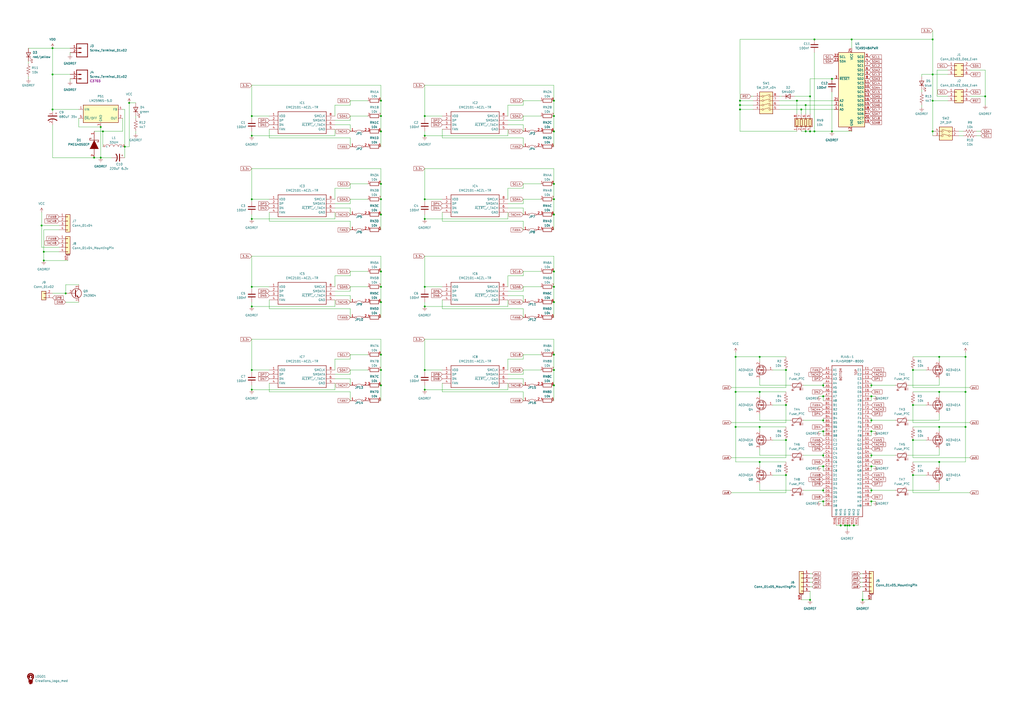
<source format=kicad_sch>
(kicad_sch (version 20230121) (generator eeschema)
  (paper "A2")
  (lib_symbols
    (symbol "Austins creations:12x12x8_inductor"
      (property "Reference" "L" (at 0 6.35 0))
      (property "Value" "12x12x8_inductor" (at 0 3.81 0))
      (symbol "12x12x8_inductor_1_1"
        (pin input line (at -6.35 0 0) (length 1.27) (name "1") (number "1"))
        (pin input line (at 6.35 0 180) (length 1.27) (name "2") (number "2"))
      )
    )
    (symbol "Austins creations:2P_DIP"
      (property "Reference" "SW" (at 0 10.16 0))
      (property "Value" "2P_DIP" (at 0 7.62 0))
      (property "part #" "C2758181" (at 0 5.08 0))
      (symbol "2P_DIP_1_1"
        (pin passive line (at -7.62 1.27 0) (length 5.08) (name "~") (number "1"))
        (pin passive line (at -7.62 -1.27 0) (length 5.08) (name "~") (number "2"))
        (pin passive line (at 7.62 -1.27 180) (length 5.08) (name "~") (number "3"))
        (pin passive line (at 7.62 1.27 180) (length 5.08) (name "~") (number "4"))
      )
    )
    (symbol "Austins creations:2pinblock"
      (property "Reference" "ST" (at -7.62 2.54 0))
      (property "Value" "2pinblock" (at -7.62 0 0))
      (property "part #" "C192779" (at -7.62 -2.54 0))
      (symbol "2pinblock_1_0"
        (pin bidirectional line (at 7.62 -1.27 180) (length 5.08) (name "1") (number "1"))
        (pin bidirectional line (at 7.62 1.27 180) (length 5.08) (name "2") (number "2"))
      )
    )
    (symbol "Austins creations:4P_DIP"
      (property "Reference" "SW" (at 0 12.7 0))
      (property "Value" "4P_DIP" (at 0 10.16 0))
      (property "part #" "C2758183" (at 0 7.62 0))
      (symbol "4P_DIP_1_1"
        (pin passive line (at -7.62 3.81 0) (length 5.08) (name "~") (number "1"))
        (pin passive line (at -7.62 1.27 0) (length 5.08) (name "~") (number "2"))
        (pin passive line (at -7.62 -1.27 0) (length 5.08) (name "~") (number "3"))
        (pin passive line (at -7.62 -3.81 0) (length 5.08) (name "~") (number "4"))
        (pin passive line (at 7.62 -3.81 180) (length 5.08) (name "~") (number "5"))
        (pin passive line (at 7.62 -1.27 180) (length 5.08) (name "~") (number "6"))
        (pin passive line (at 7.62 1.27 180) (length 5.08) (name "~") (number "7"))
        (pin passive line (at 7.62 3.81 180) (length 5.08) (name "~") (number "8"))
      )
    )
    (symbol "Austins creations:680uF 35v"
      (property "Reference" "C" (at 0 16.51 0))
      (property "Value" "680uF 35v" (at 0 13.97 0))
      (property "part #" "C98216" (at 0 11.43 0))
      (symbol "680uF 35v_1_1"
        (pin passive line (at 0 3.81 270) (length 2.54) (name "~") (number "1"))
        (pin passive line (at 0 -3.81 90) (length 3.302) (name "~") (number "2"))
      )
    )
    (symbol "Austins creations:EMC2101-ACZL-TR"
      (property "Reference" "IC" (at 0 10.16 0))
      (property "Value" "EMC2101-ACZL-TR" (at 0 7.62 0))
      (symbol "EMC2101-ACZL-TR_1_0"
        (pin power_in line (at -19.05 3.81 0) (length 5.08) (name "VDD") (number "1"))
        (pin input line (at -19.05 1.27 0) (length 5.08) (name "DP") (number "2"))
        (pin input line (at -19.05 -1.27 0) (length 5.08) (name "DN") (number "3"))
        (pin output line (at -19.05 -3.81 0) (length 5.08) (name "FAN") (number "4"))
        (pin power_in line (at 19.05 -3.81 180) (length 5.08) (name "GND") (number "5"))
        (pin bidirectional line (at 19.05 -1.27 180) (length 5.08) (name "~{ALERT_}/_TACH") (number "6"))
        (pin bidirectional line (at 19.05 1.27 180) (length 5.08) (name "SMDATA") (number "7"))
        (pin bidirectional line (at 19.05 3.81 180) (length 5.08) (name "SMCLK") (number "8"))
      )
    )
    (symbol "Austins creations:LM2596S"
      (property "Reference" "PS" (at 0 8.89 0))
      (property "Value" "LM2596S" (at 0 6.35 0))
      (symbol "LM2596S_1_1"
        (pin power_in line (at -12.7 2.54 0) (length 2.54) (name "VIN") (number "1"))
        (pin output line (at 12.7 -2.54 180) (length 2.54) (name "OUT") (number "2"))
        (pin power_in line (at 0 -7.62 90) (length 2.54) (name "GND") (number "3"))
        (pin input line (at 12.7 2.54 180) (length 2.54) (name "FB") (number "4"))
        (pin input line (at -12.7 -2.54 0) (length 2.54) (name "~{ON}/OFF") (number "5"))
      )
    )
    (symbol "Austins creations:PMEG4050EP"
      (property "Reference" "D" (at 0 8.89 0))
      (property "Value" "PMEG4050EP" (at 0 6.35 0))
      (property "part #" "C96235" (at 0 3.81 0))
      (symbol "PMEG4050EP_1_0"
        (pin bidirectional line (at -7.62 0 0) (length 2.54) (name "K") (number "1"))
        (pin bidirectional line (at 7.62 0 180) (length 2.54) (name "A") (number "2"))
      )
    )
    (symbol "Austins creations:R-RJ45R08P-8000"
      (property "Reference" "RJ45-" (at 0 3.81 0))
      (property "Value" "R-RJ45R08P-8000" (at 0 1.27 0))
      (symbol "R-RJ45R08P-8000_0_0"
        (text "BOTTOM" (at -3.81 -7.62 900) (effects (font (size 1.27 1.27))))
        (text "TOP" (at 5.08 -6.35 900) (effects (font (size 1.27 1.27))))
      )
      (symbol "R-RJ45R08P-8000_1_0"
        (pin bidirectional line (at -13.97 -5.08 0) (length 5.08) (name "A1") (number "A1"))
        (pin bidirectional line (at -13.97 -7.62 0) (length 5.08) (name "A2") (number "A2"))
        (pin bidirectional line (at -13.97 -10.16 0) (length 5.08) (name "A3") (number "A3"))
        (pin bidirectional line (at -13.97 -12.7 0) (length 5.08) (name "A4") (number "A4"))
        (pin bidirectional line (at -13.97 -15.24 0) (length 5.08) (name "A5") (number "A5"))
        (pin bidirectional line (at -13.97 -17.78 0) (length 5.08) (name "A6") (number "A6"))
        (pin bidirectional line (at -13.97 -20.32 0) (length 5.08) (name "A7") (number "A7"))
        (pin bidirectional line (at -13.97 -22.86 0) (length 5.08) (name "A8") (number "A8"))
        (pin bidirectional line (at -13.97 -25.4 0) (length 5.08) (name "B1") (number "B1"))
        (pin bidirectional line (at -13.97 -27.94 0) (length 5.08) (name "B2") (number "B2"))
        (pin bidirectional line (at -13.97 -30.48 0) (length 5.08) (name "B3") (number "B3"))
        (pin bidirectional line (at -13.97 -33.02 0) (length 5.08) (name "B4") (number "B4"))
        (pin bidirectional line (at -13.97 -35.56 0) (length 5.08) (name "B5") (number "B5"))
        (pin bidirectional line (at -13.97 -38.1 0) (length 5.08) (name "B6") (number "B6"))
        (pin bidirectional line (at -13.97 -40.64 0) (length 5.08) (name "B7") (number "B7"))
        (pin bidirectional line (at -13.97 -43.18 0) (length 5.08) (name "B8") (number "B8"))
        (pin bidirectional line (at -13.97 -45.72 0) (length 5.08) (name "C1") (number "C1"))
        (pin bidirectional line (at -13.97 -48.26 0) (length 5.08) (name "C2") (number "C2"))
        (pin bidirectional line (at -13.97 -50.8 0) (length 5.08) (name "C3") (number "C3"))
        (pin bidirectional line (at -13.97 -53.34 0) (length 5.08) (name "C4") (number "C4"))
        (pin bidirectional line (at -13.97 -55.88 0) (length 5.08) (name "C5") (number "C5"))
        (pin bidirectional line (at -13.97 -58.42 0) (length 5.08) (name "C6") (number "C6"))
        (pin bidirectional line (at -13.97 -60.96 0) (length 5.08) (name "C7") (number "C7"))
        (pin bidirectional line (at -13.97 -63.5 0) (length 5.08) (name "C8") (number "C8"))
        (pin bidirectional line (at -13.97 -66.04 0) (length 5.08) (name "D1") (number "D1"))
        (pin bidirectional line (at -13.97 -68.58 0) (length 5.08) (name "D2") (number "D2"))
        (pin bidirectional line (at -13.97 -71.12 0) (length 5.08) (name "D3") (number "D3"))
        (pin bidirectional line (at -13.97 -73.66 0) (length 5.08) (name "D4") (number "D4"))
        (pin bidirectional line (at -13.97 -76.2 0) (length 5.08) (name "D5") (number "D5"))
        (pin bidirectional line (at -13.97 -78.74 0) (length 5.08) (name "D6") (number "D6"))
        (pin bidirectional line (at -13.97 -81.28 0) (length 5.08) (name "D7") (number "D7"))
        (pin bidirectional line (at -13.97 -83.82 0) (length 5.08) (name "D8") (number "D8"))
        (pin bidirectional line (at 13.97 -5.08 180) (length 5.08) (name "E1") (number "E1"))
        (pin bidirectional line (at 13.97 -7.62 180) (length 5.08) (name "E2") (number "E2"))
        (pin bidirectional line (at 13.97 -10.16 180) (length 5.08) (name "E3") (number "E3"))
        (pin bidirectional line (at 13.97 -12.7 180) (length 5.08) (name "E4") (number "E4"))
        (pin bidirectional line (at 13.97 -15.24 180) (length 5.08) (name "E5") (number "E5"))
        (pin bidirectional line (at 13.97 -17.78 180) (length 5.08) (name "E6") (number "E6"))
        (pin bidirectional line (at 13.97 -20.32 180) (length 5.08) (name "E7") (number "E7"))
        (pin bidirectional line (at 13.97 -22.86 180) (length 5.08) (name "E8") (number "E8"))
        (pin bidirectional line (at 13.97 -25.4 180) (length 5.08) (name "F1") (number "F1"))
        (pin bidirectional line (at 13.97 -27.94 180) (length 5.08) (name "F2") (number "F2"))
        (pin bidirectional line (at 13.97 -30.48 180) (length 5.08) (name "F3") (number "F3"))
        (pin bidirectional line (at 13.97 -33.02 180) (length 5.08) (name "F4") (number "F4"))
        (pin bidirectional line (at 13.97 -35.56 180) (length 5.08) (name "F5") (number "F5"))
        (pin bidirectional line (at 13.97 -38.1 180) (length 5.08) (name "F6") (number "F6"))
        (pin bidirectional line (at 13.97 -40.64 180) (length 5.08) (name "F7") (number "F7"))
        (pin bidirectional line (at 13.97 -43.18 180) (length 5.08) (name "F8") (number "F8"))
        (pin bidirectional line (at 13.97 -45.72 180) (length 5.08) (name "G1") (number "G1"))
        (pin bidirectional line (at 13.97 -48.26 180) (length 5.08) (name "G2") (number "G2"))
        (pin bidirectional line (at 13.97 -50.8 180) (length 5.08) (name "G3") (number "G3"))
        (pin bidirectional line (at 13.97 -53.34 180) (length 5.08) (name "G4") (number "G4"))
        (pin bidirectional line (at 13.97 -55.88 180) (length 5.08) (name "G5") (number "G5"))
        (pin bidirectional line (at 13.97 -58.42 180) (length 5.08) (name "G6") (number "G6"))
        (pin bidirectional line (at 13.97 -60.96 180) (length 5.08) (name "G7") (number "G7"))
        (pin bidirectional line (at 13.97 -63.5 180) (length 5.08) (name "G8") (number "G8"))
        (pin bidirectional line (at 13.97 -66.04 180) (length 5.08) (name "H1") (number "H1"))
        (pin bidirectional line (at 13.97 -68.58 180) (length 5.08) (name "H2") (number "H2"))
        (pin bidirectional line (at 13.97 -71.12 180) (length 5.08) (name "H3") (number "H3"))
        (pin bidirectional line (at 13.97 -73.66 180) (length 5.08) (name "H4") (number "H4"))
        (pin bidirectional line (at 13.97 -76.2 180) (length 5.08) (name "H5") (number "H5"))
        (pin bidirectional line (at 13.97 -78.74 180) (length 5.08) (name "H6") (number "H6"))
        (pin bidirectional line (at 13.97 -81.28 180) (length 5.08) (name "H7") (number "H7"))
        (pin bidirectional line (at 13.97 -83.82 180) (length 5.08) (name "H8") (number "H8"))
        (pin bidirectional line (at 6.35 -95.25 90) (length 5.08) (name "MH1") (number "MH1"))
        (pin bidirectional line (at 3.81 -95.25 90) (length 5.08) (name "MH2") (number "MH2"))
        (pin bidirectional line (at 1.27 -95.25 90) (length 5.08) (name "MH3") (number "MH3"))
        (pin bidirectional line (at -1.27 -95.25 90) (length 5.08) (name "MH4") (number "MH4"))
        (pin bidirectional line (at -3.81 -95.25 90) (length 5.08) (name "MH5") (number "MH5"))
        (pin bidirectional line (at -6.35 -95.25 90) (length 5.08) (name "MH6") (number "MH6"))
      )
    )
    (symbol "Connector_Generic:Conn_01x02" (pin_names (offset 1.016) hide)
      (property "Reference" "J" (at 0 2.54 0))
      (property "Value" "Conn_01x02" (at 0 -5.08 0))
      (symbol "Conn_01x02_1_1"
        (pin passive line (at -5.08 0 0) (length 3.81) (name "Pin_1") (number "1"))
        (pin passive line (at -5.08 -2.54 0) (length 3.81) (name "Pin_2") (number "2"))
      )
    )
    (symbol "Connector_Generic:Conn_01x04" (pin_names (offset 1.016) hide)
      (property "Reference" "J" (at 0 5.08 0))
      (property "Value" "Conn_01x04" (at 0 -7.62 0))
      (symbol "Conn_01x04_1_1"
        (pin passive line (at -5.08 2.54 0) (length 3.81) (name "Pin_1") (number "1"))
        (pin passive line (at -5.08 0 0) (length 3.81) (name "Pin_2") (number "2"))
        (pin passive line (at -5.08 -2.54 0) (length 3.81) (name "Pin_3") (number "3"))
        (pin passive line (at -5.08 -5.08 0) (length 3.81) (name "Pin_4") (number "4"))
      )
    )
    (symbol "Connector_Generic:Conn_02x03_Odd_Even" (pin_names (offset 1.016) hide)
      (property "Reference" "J" (at 1.27 5.08 0))
      (property "Value" "Conn_02x03_Odd_Even" (at 1.27 -5.08 0))
      (symbol "Conn_02x03_Odd_Even_1_1"
        (pin passive line (at -5.08 2.54 0) (length 3.81) (name "Pin_1") (number "1"))
        (pin passive line (at 7.62 2.54 180) (length 3.81) (name "Pin_2") (number "2"))
        (pin passive line (at -5.08 0 0) (length 3.81) (name "Pin_3") (number "3"))
        (pin passive line (at 7.62 0 180) (length 3.81) (name "Pin_4") (number "4"))
        (pin passive line (at -5.08 -2.54 0) (length 3.81) (name "Pin_5") (number "5"))
        (pin passive line (at 7.62 -2.54 180) (length 3.81) (name "Pin_6") (number "6"))
      )
    )
    (symbol "Connector_Generic_MountingPin:Conn_01x04_MountingPin" (pin_names (offset 1.016) hide)
      (property "Reference" "J" (at 0 5.08 0))
      (property "Value" "Conn_01x04_MountingPin" (at 1.27 -7.62 0))
      (symbol "Conn_01x04_MountingPin_1_1"
        (text "Mounting" (at 0 -6.731 0) (effects (font (size 0.381 0.381))))
        (pin passive line (at -5.08 2.54 0) (length 3.81) (name "Pin_1") (number "1"))
        (pin passive line (at -5.08 0 0) (length 3.81) (name "Pin_2") (number "2"))
        (pin passive line (at -5.08 -2.54 0) (length 3.81) (name "Pin_3") (number "3"))
        (pin passive line (at -5.08 -5.08 0) (length 3.81) (name "Pin_4") (number "4"))
        (pin passive line (at 0 -10.16 90) (length 3.048) (name "MountPin") (number "MP"))
      )
    )
    (symbol "Connector_Generic_MountingPin:Conn_01x05_MountingPin" (pin_names (offset 1.016) hide)
      (property "Reference" "J" (at 0 7.62 0))
      (property "Value" "Conn_01x05_MountingPin" (at 1.27 -7.62 0))
      (symbol "Conn_01x05_MountingPin_1_1"
        (text "Mounting" (at 0 -6.731 0) (effects (font (size 0.381 0.381))))
        (pin passive line (at -5.08 5.08 0) (length 3.81) (name "Pin_1") (number "1"))
        (pin passive line (at -5.08 2.54 0) (length 3.81) (name "Pin_2") (number "2"))
        (pin passive line (at -5.08 0 0) (length 3.81) (name "Pin_3") (number "3"))
        (pin passive line (at -5.08 -2.54 0) (length 3.81) (name "Pin_4") (number "4"))
        (pin passive line (at -5.08 -5.08 0) (length 3.81) (name "Pin_5") (number "5"))
        (pin passive line (at 0 -10.16 90) (length 3.048) (name "MountPin") (number "MP"))
      )
    )
    (symbol "Device:C" (pin_numbers hide) (pin_names (offset 0.254))
      (property "Reference" "C" (at 0.635 2.54 0))
      (property "Value" "C" (at 0.635 -2.54 0))
      (symbol "C_1_1"
        (pin passive line (at 0 3.81 270) (length 2.794) (name "~") (number "1"))
        (pin passive line (at 0 -3.81 90) (length 2.794) (name "~") (number "2"))
      )
    )
    (symbol "Device:C_Polarized_US" (pin_numbers hide) (pin_names (offset 0.254) hide)
      (property "Reference" "C" (at 0.635 2.54 0))
      (property "Value" "C_Polarized_US" (at 0.635 -2.54 0))
      (symbol "C_Polarized_US_1_1"
        (pin passive line (at 0 3.81 270) (length 2.794) (name "~") (number "1"))
        (pin passive line (at 0 -3.81 90) (length 3.302) (name "~") (number "2"))
      )
    )
    (symbol "Device:LED" (pin_numbers hide) (pin_names (offset 1.016) hide)
      (property "Reference" "D" (at 0 2.54 0))
      (property "Value" "LED" (at 0 -2.54 0))
      (symbol "LED_1_1"
        (pin passive line (at -3.81 0 0) (length 2.54) (name "K") (number "1"))
        (pin passive line (at 3.81 0 180) (length 2.54) (name "A") (number "2"))
      )
    )
    (symbol "Device:R_Pack04" (pin_names (offset 0) hide)
      (property "Reference" "RN" (at -7.62 0 90))
      (property "Value" "R_Pack04" (at 5.08 0 90))
      (symbol "R_Pack04_1_1"
        (pin passive line (at -5.08 -5.08 90) (length 2.54) (name "R1.1") (number "1"))
        (pin passive line (at -2.54 -5.08 90) (length 2.54) (name "R2.1") (number "2"))
        (pin passive line (at 0 -5.08 90) (length 2.54) (name "R3.1") (number "3"))
        (pin passive line (at 2.54 -5.08 90) (length 2.54) (name "R4.1") (number "4"))
        (pin passive line (at 2.54 5.08 270) (length 2.54) (name "R4.2") (number "5"))
        (pin passive line (at 0 5.08 270) (length 2.54) (name "R3.2") (number "6"))
        (pin passive line (at -2.54 5.08 270) (length 2.54) (name "R2.2") (number "7"))
        (pin passive line (at -5.08 5.08 270) (length 2.54) (name "R1.2") (number "8"))
      )
    )
    (symbol "Device:R_Pack04_Split" (pin_names (offset 0) hide)
      (property "Reference" "RN" (at 2.032 0 90))
      (property "Value" "R_Pack04_Split" (at 0 0 90))
      (symbol "R_Pack04_Split_1_1"
        (pin passive line (at 0 -3.81 90) (length 1.27) (name "R1.1") (number "1"))
        (pin passive line (at 0 3.81 270) (length 1.27) (name "R1.2") (number "8"))
      )
      (symbol "R_Pack04_Split_2_1"
        (pin passive line (at 0 -3.81 90) (length 1.27) (name "R2.1") (number "2"))
        (pin passive line (at 0 3.81 270) (length 1.27) (name "R2.2") (number "7"))
      )
      (symbol "R_Pack04_Split_3_1"
        (pin passive line (at 0 -3.81 90) (length 1.27) (name "R3.1") (number "3"))
        (pin passive line (at 0 3.81 270) (length 1.27) (name "R3.2") (number "6"))
      )
      (symbol "R_Pack04_Split_4_1"
        (pin passive line (at 0 -3.81 90) (length 1.27) (name "R4.1") (number "4"))
        (pin passive line (at 0 3.81 270) (length 1.27) (name "R4.2") (number "5"))
      )
    )
    (symbol "Device:R_US" (pin_numbers hide) (pin_names (offset 0))
      (property "Reference" "R" (at 2.54 0 90))
      (property "Value" "R_US" (at -2.54 0 90))
      (symbol "R_US_1_1"
        (pin passive line (at 0 3.81 270) (length 1.27) (name "~") (number "1"))
        (pin passive line (at 0 -3.81 90) (length 1.27) (name "~") (number "2"))
      )
    )
    (symbol "Device:Thermistor_PTC" (pin_numbers hide) (pin_names (offset 0))
      (property "Reference" "TH" (at -4.064 0 90))
      (property "Value" "Thermistor_PTC" (at 3.048 0 90))
      (symbol "Thermistor_PTC_1_1"
        (pin passive line (at 0 3.81 270) (length 1.27) (name "~") (number "1"))
        (pin passive line (at 0 -3.81 90) (length 1.27) (name "~") (number "2"))
      )
    )
    (symbol "Diode:SM4007" (pin_numbers hide) (pin_names (offset 1.016) hide)
      (property "Reference" "D" (at 0 2.54 0))
      (property "Value" "SM4007" (at 0 -2.54 0))
      (symbol "SM4007_1_1"
        (pin passive line (at -3.81 0 0) (length 2.54) (name "K") (number "1"))
        (pin passive line (at 3.81 0 180) (length 2.54) (name "A") (number "2"))
      )
    )
    (symbol "Interface_Expansion:TCA9548APWR"
      (property "Reference" "U" (at -7.62 21.59 0))
      (property "Value" "TCA9548APWR" (at 1.016 21.59 0))
      (symbol "TCA9548APWR_1_1"
        (pin input line (at -10.16 -12.7 0) (length 2.54) (name "A0") (number "1"))
        (pin bidirectional line (at 10.16 0 180) (length 2.54) (name "SD3") (number "10"))
        (pin output line (at 10.16 2.54 180) (length 2.54) (name "SC3") (number "11"))
        (pin power_in line (at 0 -25.4 90) (length 2.54) (name "GND") (number "12"))
        (pin bidirectional line (at 10.16 -5.08 180) (length 2.54) (name "SD4") (number "13"))
        (pin output line (at 10.16 -2.54 180) (length 2.54) (name "SC4") (number "14"))
        (pin bidirectional line (at 10.16 -10.16 180) (length 2.54) (name "SD5") (number "15"))
        (pin output line (at 10.16 -7.62 180) (length 2.54) (name "SC5") (number "16"))
        (pin bidirectional line (at 10.16 -15.24 180) (length 2.54) (name "SD6") (number "17"))
        (pin output line (at 10.16 -12.7 180) (length 2.54) (name "SC6") (number "18"))
        (pin bidirectional line (at 10.16 -20.32 180) (length 2.54) (name "SD7") (number "19"))
        (pin input line (at -10.16 -10.16 0) (length 2.54) (name "A1") (number "2"))
        (pin output line (at 10.16 -17.78 180) (length 2.54) (name "SC7") (number "20"))
        (pin input line (at -10.16 -7.62 0) (length 2.54) (name "A2") (number "21"))
        (pin input line (at -10.16 17.78 0) (length 2.54) (name "SCL") (number "22"))
        (pin bidirectional line (at -10.16 15.24 0) (length 2.54) (name "SDA") (number "23"))
        (pin power_in line (at 0 22.86 270) (length 2.54) (name "VCC") (number "24"))
        (pin input line (at -10.16 5.08 0) (length 2.54) (name "~{RESET}") (number "3"))
        (pin bidirectional line (at 10.16 15.24 180) (length 2.54) (name "SD0") (number "4"))
        (pin output line (at 10.16 17.78 180) (length 2.54) (name "SC0") (number "5"))
        (pin bidirectional line (at 10.16 10.16 180) (length 2.54) (name "SD1") (number "6"))
        (pin output line (at 10.16 12.7 180) (length 2.54) (name "SC1") (number "7"))
        (pin bidirectional line (at 10.16 5.08 180) (length 2.54) (name "SD2") (number "8"))
        (pin output line (at 10.16 7.62 180) (length 2.54) (name "SC2") (number "9"))
      )
    )
    (symbol "Jumper:Jumper_2_Bridged" (pin_names (offset 0) hide)
      (property "Reference" "JP" (at 0 1.905 0))
      (property "Value" "Jumper_2_Bridged" (at 0 -2.54 0))
      (symbol "Jumper_2_Bridged_1_1"
        (pin passive line (at -5.08 0 0) (length 2.54) (name "A") (number "1"))
        (pin passive line (at 5.08 0 180) (length 2.54) (name "B") (number "2"))
      )
    )
    (symbol "Transistor_BJT:2N3904" (pin_names (offset 0) hide)
      (property "Reference" "Q" (at 5.08 1.905 0))
      (property "Value" "2N3904" (at 5.08 0 0))
      (symbol "2N3904_1_1"
        (pin passive line (at 2.54 -5.08 90) (length 2.54) (name "E") (number "1"))
        (pin passive line (at -5.08 0 0) (length 5.715) (name "B") (number "2"))
        (pin passive line (at 2.54 5.08 270) (length 2.54) (name "C") (number "3"))
      )
    )
    (symbol "Transistor_FET:AO3401A" (pin_names hide)
      (property "Reference" "Q" (at 5.08 1.905 0))
      (property "Value" "AO3401A" (at 5.08 0 0))
      (symbol "AO3401A_1_1"
        (pin input line (at -5.08 0 0) (length 2.54) (name "G") (number "1"))
        (pin passive line (at 2.54 -5.08 90) (length 2.54) (name "S") (number "2"))
        (pin passive line (at 2.54 5.08 270) (length 2.54) (name "D") (number "3"))
      )
    )
    (symbol "logos:Creations_logo_med"
      (property "Reference" "LOGO" (at 0 6.35 0))
      (property "Value" "Creations_logo_med" (at 0 3.81 0))
    )
    (symbol "power:GNDREF" (power) (pin_names (offset 0))
      (property "Value" "GNDREF" (at 0 -3.81 0))
      (symbol "GNDREF_1_1"
        (pin power_in line (at 0 0 270) (length 0) hide (name "GNDREF") (number "1"))
      )
    )
    (symbol "power:VCC" (power) (pin_names (offset 0))
      (property "Value" "VCC" (at 0 3.81 0))
      (symbol "VCC_1_1"
        (pin power_in line (at 0 0 90) (length 0) hide (name "VCC") (number "1"))
      )
    )
    (symbol "power:VDD" (power) (pin_names (offset 0))
      (property "Value" "VDD" (at 0 3.81 0))
      (symbol "VDD_1_1"
        (pin power_in line (at 0 0 90) (length 0) hide (name "VDD") (number "1"))
      )
    )
  )
  (junction (at 492.76 304.8))
  (junction (at 464.82 63.5))
  (junction (at 529.59 234.95))
  (junction (at 146.05 78.74))
  (junction (at 246.38 214.63))
  (junction (at 482.6 76.2))
  (junction (at 220.98 76.2))
  (junction (at 440.69 247.65))
  (junction (at 220.98 157.48))
  (junction (at 505.46 223.52))
  (junction (at 505.46 264.16))
  (junction (at 220.98 214.63))
  (junction (at 544.83 247.65))
  (junction (at 541.02 22.86))
  (junction (at 146.05 67.31))
  (junction (at 462.28 58.42))
  (junction (at 505.46 270.51))
  (junction (at 146.05 226.06))
  (junction (at 505.46 243.84))
  (junction (at 505.46 229.87))
  (junction (at 544.83 207.01))
  (junction (at 494.03 22.86))
  (junction (at 220.98 58.42))
  (junction (at 246.38 67.31))
  (junction (at 455.93 255.27))
  (junction (at 541.02 43.18))
  (junction (at 529.59 255.27))
  (junction (at 505.46 284.48))
  (junction (at 220.98 205.74))
  (junction (at 469.9 55.88))
  (junction (at 571.5 55.88))
  (junction (at 455.93 214.63))
  (junction (at 529.59 275.59))
  (junction (at 146.05 214.63))
  (junction (at 30.48 27.94))
  (junction (at 426.72 227.33))
  (junction (at 58.42 73.66))
  (junction (at 321.31 76.2))
  (junction (at 541.02 76.2))
  (junction (at 477.52 264.16))
  (junction (at 560.07 247.65))
  (junction (at 472.44 76.2))
  (junction (at 321.31 223.52))
  (junction (at 321.31 157.48))
  (junction (at 246.38 78.74))
  (junction (at 54.61 91.44))
  (junction (at 321.31 67.31))
  (junction (at 467.36 76.2))
  (junction (at 469.9 347.98))
  (junction (at 477.52 229.87))
  (junction (at 491.49 304.8))
  (junction (at 321.31 214.63))
  (junction (at 74.93 59.69))
  (junction (at 544.83 227.33))
  (junction (at 146.05 177.8))
  (junction (at 321.31 124.46))
  (junction (at 467.36 60.96))
  (junction (at 220.98 223.52))
  (junction (at 487.68 304.8))
  (junction (at 220.98 67.31))
  (junction (at 25.4 151.13))
  (junction (at 477.52 243.84))
  (junction (at 25.4 146.05))
  (junction (at 246.38 166.37))
  (junction (at 490.22 304.8))
  (junction (at 429.26 60.96))
  (junction (at 220.98 115.57))
  (junction (at 426.72 207.01))
  (junction (at 544.83 267.97))
  (junction (at 560.07 227.33))
  (junction (at 321.31 166.37))
  (junction (at 529.59 214.63))
  (junction (at 500.38 347.98))
  (junction (at 246.38 226.06))
  (junction (at 30.48 43.18))
  (junction (at 477.52 270.51))
  (junction (at 426.72 247.65))
  (junction (at 59.69 76.2))
  (junction (at 246.38 127))
  (junction (at 321.31 175.26))
  (junction (at 146.05 166.37))
  (junction (at 321.31 58.42))
  (junction (at 72.39 85.09))
  (junction (at 472.44 22.86))
  (junction (at 440.69 207.01))
  (junction (at 146.05 127))
  (junction (at 541.02 58.42))
  (junction (at 38.1 170.18))
  (junction (at 477.52 290.83))
  (junction (at 220.98 175.26))
  (junction (at 429.26 58.42))
  (junction (at 220.98 124.46))
  (junction (at 477.52 250.19))
  (junction (at 482.6 45.72))
  (junction (at 440.69 227.33))
  (junction (at 146.05 115.57))
  (junction (at 440.69 267.97))
  (junction (at 455.93 234.95))
  (junction (at 321.31 205.74))
  (junction (at 30.48 63.5))
  (junction (at 246.38 115.57))
  (junction (at 455.93 275.59))
  (junction (at 429.26 63.5))
  (junction (at 24.13 130.81))
  (junction (at 220.98 166.37))
  (junction (at 495.3 304.8))
  (junction (at 321.31 115.57))
  (junction (at 560.07 207.01))
  (junction (at 477.52 284.48))
  (junction (at 321.31 106.68))
  (junction (at 246.38 177.8))
  (junction (at 505.46 250.19))
  (junction (at 220.98 106.68))
  (junction (at 477.52 223.52))
  (junction (at 505.46 290.83))
  (junction (at 469.9 76.2))
  (junction (at 58.42 91.44))
  (wire (pts (xy 458.47 284.48) (xy 440.69 284.48)))
  (wire (pts (xy 203.2 106.68) (xy 213.36 106.68)))
  (wire (pts (xy 203.2 205.74) (xy 203.2 208.28)))
  (wire (pts (xy 246.38 214.63) (xy 246.38 215.9)))
  (wire (pts (xy 505.46 283.21) (xy 505.46 284.48)))
  (wire (pts (xy 72.39 85.09) (xy 72.39 91.44)))
  (wire (pts (xy 321.31 58.42) (xy 321.31 67.31)))
  (wire (pts (xy 321.31 58.42) (xy 321.31 49.53)))
  (wire (pts (xy 490.22 304.8) (xy 491.49 304.8)))
  (wire (pts (xy 482.6 45.72) (xy 483.87 45.72)))
  (wire (pts (xy 146.05 223.52) (xy 146.05 226.06)))
  (wire (pts (xy 467.36 60.96) (xy 467.36 66.04)))
  (wire (pts (xy 429.26 60.96) (xy 436.88 60.96)))
  (wire (pts (xy 203.2 115.57) (xy 203.2 118.11)))
  (wire (pts (xy 294.64 118.11) (xy 303.53 118.11)))
  (wire (pts (xy 74.93 59.69) (xy 78.74 59.69)))
  (wire (pts (xy 455.93 207.01) (xy 440.69 207.01)))
  (wire (pts (xy 556.26 76.2) (xy 558.8 76.2)))
  (wire (pts (xy 156.21 179.07) (xy 203.2 179.07)))
  (wire (pts (xy 440.69 280.67) (xy 440.69 284.48)))
  (wire (pts (xy 529.59 255.27) (xy 529.59 265.43)))
  (wire (pts (xy 529.59 214.63) (xy 529.59 224.79)))
  (wire (pts (xy 543.56 55.88) (xy 549.91 55.88)))
  (wire (pts (xy 505.46 223.52) (xy 505.46 224.79)))
  (wire (pts (xy 30.48 91.44) (xy 54.61 91.44)))
  (wire (pts (xy 321.31 214.63) (xy 321.31 223.52)))
  (wire (pts (xy 529.59 285.75) (xy 562.61 285.75)))
  (wire (pts (xy 500.38 342.9) (xy 500.38 347.98)))
  (wire (pts (xy 491.49 304.8) (xy 492.76 304.8)))
  (wire (pts (xy 156.21 123.19) (xy 156.21 128.27)))
  (wire (pts (xy 146.05 226.06) (xy 194.31 226.06)))
  (wire (pts (xy 194.31 219.71) (xy 203.2 219.71)))
  (wire (pts (xy 16.51 27.94) (xy 30.48 27.94)))
  (wire (pts (xy 203.2 120.65) (xy 203.2 124.46)))
  (wire (pts (xy 303.53 214.63) (xy 313.69 214.63)))
  (wire (pts (xy 566.42 76.2) (xy 568.96 76.2)))
  (wire (pts (xy 303.53 106.68) (xy 313.69 106.68)))
  (wire (pts (xy 529.59 245.11) (xy 562.61 245.11)))
  (wire (pts (xy 194.31 214.63) (xy 194.31 208.28)))
  (wire (pts (xy 303.53 120.65) (xy 303.53 124.46)))
  (wire (pts (xy 146.05 78.74) (xy 194.31 78.74)))
  (wire (pts (xy 303.53 166.37) (xy 303.53 168.91)))
  (wire (pts (xy 466.09 223.52) (xy 477.52 223.52)))
  (wire (pts (xy 294.64 226.06) (xy 294.64 222.25)))
  (wire (pts (xy 220.98 166.37) (xy 220.98 175.26)))
  (wire (pts (xy 529.59 224.79) (xy 562.61 224.79)))
  (wire (pts (xy 519.43 284.48) (xy 505.46 284.48)))
  (wire (pts (xy 424.18 265.43) (xy 455.93 265.43)))
  (wire (pts (xy 455.93 214.63) (xy 448.31 214.63)))
  (wire (pts (xy 321.31 97.79) (xy 246.38 97.79)))
  (wire (pts (xy 203.2 80.01) (xy 203.2 85.09)))
  (wire (pts (xy 458.47 264.16) (xy 440.69 264.16)))
  (wire (pts (xy 74.93 85.09) (xy 72.39 85.09)))
  (wire (pts (xy 294.64 214.63) (xy 294.64 208.28)))
  (wire (pts (xy 256.54 128.27) (xy 303.53 128.27)))
  (wire (pts (xy 146.05 196.85) (xy 146.05 214.63)))
  (wire (pts (xy 246.38 166.37) (xy 246.38 167.64)))
  (wire (pts (xy 440.69 219.71) (xy 440.69 223.52)))
  (wire (pts (xy 71.12 76.2) (xy 71.12 68.58)))
  (wire (pts (xy 527.05 223.52) (xy 544.83 223.52)))
  (wire (pts (xy 474.98 270.51) (xy 477.52 270.51)))
  (wire (pts (xy 220.98 58.42) (xy 220.98 49.53)))
  (wire (pts (xy 424.18 285.75) (xy 455.93 285.75)))
  (wire (pts (xy 469.9 340.36) (xy 471.17 340.36)))
  (wire (pts (xy 541.02 58.42) (xy 549.91 58.42)))
  (wire (pts (xy 156.21 227.33) (xy 203.2 227.33)))
  (wire (pts (xy 544.83 207.01) (xy 544.83 209.55)))
  (wire (pts (xy 321.31 115.57) (xy 321.31 124.46)))
  (wire (pts (xy 220.98 49.53) (xy 146.05 49.53)))
  (wire (pts (xy 455.93 234.95) (xy 455.93 245.11)))
  (wire (pts (xy 491.49 307.34) (xy 491.49 304.8)))
  (wire (pts (xy 30.48 72.39) (xy 30.48 91.44)))
  (wire (pts (xy 477.52 242.57) (xy 477.52 243.84)))
  (wire (pts (xy 321.31 106.68) (xy 321.31 115.57)))
  (wire (pts (xy 220.98 76.2) (xy 220.98 85.09)))
  (wire (pts (xy 455.93 255.27) (xy 455.93 265.43)))
  (wire (pts (xy 16.51 44.45) (xy 16.51 45.72)))
  (wire (pts (xy 455.93 227.33) (xy 440.69 227.33)))
  (wire (pts (xy 499.11 340.36) (xy 500.38 340.36)))
  (wire (pts (xy 203.2 72.39) (xy 203.2 76.2)))
  (wire (pts (xy 541.02 58.42) (xy 541.02 76.2)))
  (wire (pts (xy 461.01 55.88) (xy 469.9 55.88)))
  (wire (pts (xy 40.64 45.72) (xy 40.64 46.99)))
  (wire (pts (xy 303.53 58.42) (xy 303.53 60.96)))
  (wire (pts (xy 466.09 243.84) (xy 477.52 243.84)))
  (wire (pts (xy 220.98 124.46) (xy 220.98 133.35)))
  (wire (pts (xy 203.2 157.48) (xy 203.2 160.02)))
  (wire (pts (xy 541.02 43.18) (xy 541.02 22.86)))
  (wire (pts (xy 426.72 247.65) (xy 440.69 247.65)))
  (wire (pts (xy 146.05 76.2) (xy 146.05 78.74)))
  (wire (pts (xy 452.12 55.88) (xy 453.39 55.88)))
  (wire (pts (xy 203.2 166.37) (xy 213.36 166.37)))
  (wire (pts (xy 30.48 43.18) (xy 40.64 43.18)))
  (wire (pts (xy 458.47 223.52) (xy 440.69 223.52)))
  (wire (pts (xy 505.46 264.16) (xy 505.46 265.43)))
  (wire (pts (xy 194.31 115.57) (xy 194.31 109.22)))
  (wire (pts (xy 220.98 214.63) (xy 220.98 223.52)))
  (wire (pts (xy 529.59 207.01) (xy 544.83 207.01)))
  (wire (pts (xy 45.72 73.66) (xy 58.42 73.66)))
  (wire (pts (xy 246.38 124.46) (xy 246.38 127)))
  (wire (pts (xy 321.31 157.48) (xy 321.31 148.59)))
  (wire (pts (xy 455.93 255.27) (xy 448.31 255.27)))
  (wire (pts (xy 495.3 304.8) (xy 497.84 304.8)))
  (wire (pts (xy 203.2 67.31) (xy 203.2 69.85)))
  (wire (pts (xy 562.61 40.64) (xy 571.5 40.64)))
  (wire (pts (xy 529.59 267.97) (xy 544.83 267.97)))
  (wire (pts (xy 505.46 284.48) (xy 505.46 285.75)))
  (wire (pts (xy 146.05 166.37) (xy 146.05 167.64)))
  (wire (pts (xy 426.72 267.97) (xy 440.69 267.97)))
  (wire (pts (xy 303.53 171.45) (xy 303.53 175.26)))
  (wire (pts (xy 429.26 60.96) (xy 429.26 63.5)))
  (wire (pts (xy 194.31 120.65) (xy 203.2 120.65)))
  (wire (pts (xy 321.31 166.37) (xy 321.31 175.26)))
  (wire (pts (xy 146.05 115.57) (xy 156.21 115.57)))
  (wire (pts (xy 505.46 229.87) (xy 508 229.87)))
  (wire (pts (xy 294.64 219.71) (xy 303.53 219.71)))
  (wire (pts (xy 194.31 127) (xy 194.31 123.19)))
  (wire (pts (xy 71.12 63.5) (xy 72.39 63.5)))
  (wire (pts (xy 203.2 171.45) (xy 203.2 175.26)))
  (wire (pts (xy 321.31 196.85) (xy 246.38 196.85)))
  (wire (pts (xy 246.38 115.57) (xy 256.54 115.57)))
  (wire (pts (xy 458.47 243.84) (xy 440.69 243.84)))
  (wire (pts (xy 494.03 22.86) (xy 541.02 22.86)))
  (wire (pts (xy 534.67 44.45) (xy 534.67 43.18)))
  (wire (pts (xy 560.07 267.97) (xy 544.83 267.97)))
  (wire (pts (xy 303.53 205.74) (xy 303.53 208.28)))
  (wire (pts (xy 203.2 115.57) (xy 213.36 115.57)))
  (wire (pts (xy 492.76 304.8) (xy 495.3 304.8)))
  (wire (pts (xy 246.38 226.06) (xy 294.64 226.06)))
  (wire (pts (xy 246.38 196.85) (xy 246.38 214.63)))
  (wire (pts (xy 246.38 76.2) (xy 246.38 78.74)))
  (wire (pts (xy 294.64 115.57) (xy 294.64 109.22)))
  (wire (pts (xy 464.82 76.2) (xy 467.36 76.2)))
  (wire (pts (xy 45.72 68.58) (xy 45.72 73.66)))
  (wire (pts (xy 477.52 270.51) (xy 477.52 273.05)))
  (wire (pts (xy 303.53 72.39) (xy 303.53 76.2)))
  (wire (pts (xy 40.64 30.48) (xy 40.64 31.75)))
  (wire (pts (xy 203.2 205.74) (xy 213.36 205.74)))
  (wire (pts (xy 246.38 148.59) (xy 246.38 166.37)))
  (wire (pts (xy 303.53 58.42) (xy 313.69 58.42)))
  (wire (pts (xy 203.2 67.31) (xy 213.36 67.31)))
  (wire (pts (xy 534.67 60.96) (xy 534.67 62.23)))
  (wire (pts (xy 469.9 76.2) (xy 472.44 76.2)))
  (wire (pts (xy 321.31 205.74) (xy 321.31 214.63)))
  (wire (pts (xy 194.31 217.17) (xy 203.2 217.17)))
  (wire (pts (xy 38.1 175.26) (xy 45.72 175.26)))
  (wire (pts (xy 426.72 207.01) (xy 426.72 227.33)))
  (wire (pts (xy 571.5 55.88) (xy 571.5 40.64)))
  (wire (pts (xy 505.46 270.51) (xy 505.46 273.05)))
  (wire (pts (xy 203.2 166.37) (xy 203.2 168.91)))
  (wire (pts (xy 505.46 290.83) (xy 505.46 293.37)))
  (wire (pts (xy 294.64 168.91) (xy 303.53 168.91)))
  (wire (pts (xy 487.68 304.8) (xy 490.22 304.8)))
  (wire (pts (xy 303.53 60.96) (xy 294.64 60.96)))
  (wire (pts (xy 477.52 284.48) (xy 477.52 285.75)))
  (wire (pts (xy 220.98 97.79) (xy 146.05 97.79)))
  (wire (pts (xy 505.46 242.57) (xy 505.46 243.84)))
  (wire (pts (xy 156.21 173.99) (xy 156.21 179.07)))
  (wire (pts (xy 146.05 115.57) (xy 146.05 116.84)))
  (wire (pts (xy 59.69 76.2) (xy 71.12 76.2)))
  (wire (pts (xy 25.4 133.35) (xy 34.29 133.35)))
  (wire (pts (xy 156.21 222.25) (xy 156.21 227.33)))
  (wire (pts (xy 246.38 49.53) (xy 246.38 67.31)))
  (wire (pts (xy 220.98 115.57) (xy 220.98 124.46)))
  (wire (pts (xy 303.53 227.33) (xy 303.53 232.41)))
  (wire (pts (xy 505.46 250.19) (xy 508 250.19)))
  (wire (pts (xy 78.74 76.2) (xy 78.74 77.47)))
  (wire (pts (xy 303.53 106.68) (xy 303.53 109.22)))
  (wire (pts (xy 294.64 171.45) (xy 303.53 171.45)))
  (wire (pts (xy 474.98 290.83) (xy 477.52 290.83)))
  (wire (pts (xy 303.53 219.71) (xy 303.53 223.52)))
  (wire (pts (xy 220.98 58.42) (xy 220.98 67.31)))
  (wire (pts (xy 38.1 165.1) (xy 45.72 165.1)))
  (wire (pts (xy 440.69 247.65) (xy 440.69 250.19)))
  (wire (pts (xy 220.98 223.52) (xy 220.98 232.41)))
  (wire (pts (xy 246.38 214.63) (xy 256.54 214.63)))
  (wire (pts (xy 544.83 227.33) (xy 529.59 227.33)))
  (wire (pts (xy 156.21 128.27) (xy 203.2 128.27)))
  (wire (pts (xy 455.93 214.63) (xy 455.93 224.79)))
  (wire (pts (xy 541.02 22.86) (xy 541.02 17.78)))
  (wire (pts (xy 321.31 205.74) (xy 321.31 196.85)))
  (wire (pts (xy 544.83 267.97) (xy 544.83 270.51)))
  (wire (pts (xy 455.93 267.97) (xy 440.69 267.97)))
  (wire (pts (xy 505.46 270.51) (xy 508 270.51)))
  (wire (pts (xy 472.44 22.86) (xy 429.26 22.86)))
  (wire (pts (xy 203.2 128.27) (xy 203.2 133.35)))
  (wire (pts (xy 426.72 227.33) (xy 426.72 247.65)))
  (wire (pts (xy 469.9 332.74) (xy 471.17 332.74)))
  (wire (pts (xy 541.02 58.42) (xy 541.02 43.18)))
  (wire (pts (xy 303.53 67.31) (xy 313.69 67.31)))
  (wire (pts (xy 303.53 205.74) (xy 313.69 205.74)))
  (wire (pts (xy 529.59 275.59) (xy 529.59 285.75)))
  (wire (pts (xy 462.28 76.2) (xy 429.26 76.2)))
  (wire (pts (xy 294.64 166.37) (xy 294.64 160.02)))
  (wire (pts (xy 24.13 123.19) (xy 24.13 130.81)))
  (wire (pts (xy 220.98 205.74) (xy 220.98 196.85)))
  (wire (pts (xy 544.83 260.35) (xy 544.83 264.16)))
  (wire (pts (xy 246.38 175.26) (xy 246.38 177.8)))
  (wire (pts (xy 455.93 234.95) (xy 448.31 234.95)))
  (wire (pts (xy 256.54 222.25) (xy 256.54 227.33)))
  (wire (pts (xy 529.59 214.63) (xy 537.21 214.63)))
  (wire (pts (xy 194.31 72.39) (xy 203.2 72.39)))
  (wire (pts (xy 303.53 157.48) (xy 313.69 157.48)))
  (wire (pts (xy 30.48 27.94) (xy 30.48 43.18)))
  (wire (pts (xy 466.09 264.16) (xy 477.52 264.16)))
  (wire (pts (xy 303.53 214.63) (xy 303.53 217.17)))
  (wire (pts (xy 321.31 106.68) (xy 321.31 97.79)))
  (wire (pts (xy 529.59 275.59) (xy 537.21 275.59)))
  (wire (pts (xy 426.72 247.65) (xy 426.72 267.97)))
  (wire (pts (xy 469.9 45.72) (xy 469.9 55.88)))
  (wire (pts (xy 203.2 60.96) (xy 194.31 60.96)))
  (wire (pts (xy 560.07 247.65) (xy 560.07 267.97)))
  (wire (pts (xy 38.1 165.1) (xy 38.1 170.18)))
  (wire (pts (xy 571.5 55.88) (xy 571.5 60.96)))
  (wire (pts (xy 477.52 250.19) (xy 477.52 252.73)))
  (wire (pts (xy 543.56 40.64) (xy 549.91 40.64)))
  (wire (pts (xy 203.2 179.07) (xy 203.2 184.15)))
  (wire (pts (xy 505.46 223.52) (xy 519.43 223.52)))
  (wire (pts (xy 494.03 27.94) (xy 494.03 22.86)))
  (wire (pts (xy 440.69 267.97) (xy 440.69 270.51)))
  (wire (pts (xy 146.05 49.53) (xy 146.05 67.31)))
  (wire (pts (xy 303.53 208.28) (xy 294.64 208.28)))
  (wire (pts (xy 472.44 30.48) (xy 472.44 76.2)))
  (wire (pts (xy 194.31 177.8) (xy 194.31 173.99)))
  (wire (pts (xy 505.46 290.83) (xy 508 290.83)))
  (wire (pts (xy 482.6 53.34) (xy 482.6 76.2)))
  (wire (pts (xy 294.64 217.17) (xy 303.53 217.17)))
  (wire (pts (xy 529.59 234.95) (xy 529.59 245.11)))
  (wire (pts (xy 194.31 171.45) (xy 203.2 171.45)))
  (wire (pts (xy 455.93 247.65) (xy 440.69 247.65)))
  (wire (pts (xy 472.44 76.2) (xy 482.6 76.2)))
  (wire (pts (xy 303.53 115.57) (xy 313.69 115.57)))
  (wire (pts (xy 505.46 250.19) (xy 505.46 252.73)))
  (wire (pts (xy 544.83 243.84) (xy 544.83 240.03)))
  (wire (pts (xy 543.56 40.64) (xy 543.56 55.88)))
  (wire (pts (xy 560.07 227.33) (xy 560.07 247.65)))
  (wire (pts (xy 220.98 157.48) (xy 220.98 148.59)))
  (wire (pts (xy 246.38 223.52) (xy 246.38 226.06)))
  (wire (pts (xy 500.38 347.98) (xy 505.46 347.98)))
  (wire (pts (xy 505.46 243.84) (xy 519.43 243.84)))
  (wire (pts (xy 321.31 148.59) (xy 246.38 148.59)))
  (wire (pts (xy 220.98 196.85) (xy 146.05 196.85)))
  (wire (pts (xy 256.54 179.07) (xy 303.53 179.07)))
  (wire (pts (xy 452.12 58.42) (xy 462.28 58.42)))
  (wire (pts (xy 203.2 208.28) (xy 194.31 208.28)))
  (wire (pts (xy 194.31 78.74) (xy 194.31 74.93)))
  (wire (pts (xy 469.9 342.9) (xy 469.9 347.98)))
  (wire (pts (xy 30.48 43.18) (xy 30.48 63.5)))
  (wire (pts (xy 494.03 22.86) (xy 472.44 22.86)))
  (wire (pts (xy 194.31 166.37) (xy 194.31 160.02)))
  (wire (pts (xy 294.64 127) (xy 294.64 123.19)))
  (wire (pts (xy 203.2 58.42) (xy 213.36 58.42)))
  (wire (pts (xy 203.2 109.22) (xy 194.31 109.22)))
  (wire (pts (xy 429.26 22.86) (xy 429.26 58.42)))
  (wire (pts (xy 477.52 222.25) (xy 477.52 223.52)))
  (wire (pts (xy 246.38 127) (xy 294.64 127)))
  (wire (pts (xy 566.42 78.74) (xy 568.96 78.74)))
  (wire (pts (xy 482.6 76.2) (xy 494.03 76.2)))
  (wire (pts (xy 505.46 229.87) (xy 505.46 232.41)))
  (wire (pts (xy 246.38 67.31) (xy 246.38 68.58)))
  (wire (pts (xy 469.9 76.2) (xy 467.36 76.2)))
  (wire (pts (xy 321.31 76.2) (xy 321.31 85.09)))
  (wire (pts (xy 74.93 59.69) (xy 74.93 85.09)))
  (wire (pts (xy 429.26 58.42) (xy 436.88 58.42)))
  (wire (pts (xy 534.67 43.18) (xy 541.02 43.18)))
  (wire (pts (xy 220.98 106.68) (xy 220.98 115.57)))
  (wire (pts (xy 541.02 43.18) (xy 549.91 43.18)))
  (wire (pts (xy 146.05 214.63) (xy 146.05 215.9)))
  (wire (pts (xy 246.38 67.31) (xy 256.54 67.31)))
  (wire (pts (xy 45.72 63.5) (xy 30.48 63.5)))
  (wire (pts (xy 321.31 49.53) (xy 246.38 49.53)))
  (wire (pts (xy 203.2 58.42) (xy 203.2 60.96)))
  (wire (pts (xy 435.61 55.88) (xy 436.88 55.88)))
  (wire (pts (xy 426.72 204.47) (xy 426.72 207.01)))
  (wire (pts (xy 220.98 175.26) (xy 220.98 184.15)))
  (wire (pts (xy 25.4 146.05) (xy 34.29 146.05)))
  (wire (pts (xy 203.2 219.71) (xy 203.2 223.52)))
  (wire (pts (xy 505.46 222.25) (xy 505.46 223.52)))
  (wire (pts (xy 246.38 97.79) (xy 246.38 115.57)))
  (wire (pts (xy 203.2 106.68) (xy 203.2 109.22)))
  (wire (pts (xy 220.98 67.31) (xy 220.98 76.2)))
  (wire (pts (xy 469.9 337.82) (xy 471.17 337.82)))
  (wire (pts (xy 519.43 264.16) (xy 505.46 264.16)))
  (wire (pts (xy 24.13 130.81) (xy 34.29 130.81)))
  (wire (pts (xy 156.21 80.01) (xy 203.2 80.01)))
  (wire (pts (xy 25.4 146.05) (xy 25.4 151.13)))
  (wire (pts (xy 321.31 67.31) (xy 321.31 76.2)))
  (wire (pts (xy 477.52 290.83) (xy 477.52 293.37)))
  (wire (pts (xy 560.07 204.47) (xy 560.07 207.01)))
  (wire (pts (xy 477.52 243.84) (xy 477.52 245.11)))
  (wire (pts (xy 146.05 175.26) (xy 146.05 177.8)))
  (wire (pts (xy 146.05 97.79) (xy 146.05 115.57)))
  (wire (pts (xy 194.31 69.85) (xy 203.2 69.85)))
  (wire (pts (xy 462.28 58.42) (xy 462.28 66.04)))
  (wire (pts (xy 455.93 275.59) (xy 448.31 275.59)))
  (wire (pts (xy 455.93 275.59) (xy 455.93 285.75)))
  (wire (pts (xy 25.4 133.35) (xy 25.4 146.05)))
  (wire (pts (xy 556.26 78.74) (xy 558.8 78.74)))
  (wire (pts (xy 440.69 240.03) (xy 440.69 243.84)))
  (wire (pts (xy 499.11 337.82) (xy 500.38 337.82)))
  (wire (pts (xy 562.61 55.88) (xy 571.5 55.88)))
  (wire (pts (xy 194.31 168.91) (xy 203.2 168.91)))
  (wire (pts (xy 303.53 80.01) (xy 303.53 85.09)))
  (wire (pts (xy 256.54 80.01) (xy 303.53 80.01)))
  (wire (pts (xy 256.54 123.19) (xy 256.54 128.27)))
  (wire (pts (xy 426.72 227.33) (xy 440.69 227.33)))
  (wire (pts (xy 58.42 73.66) (xy 58.42 91.44)))
  (wire (pts (xy 203.2 214.63) (xy 213.36 214.63)))
  (wire (pts (xy 527.05 243.84) (xy 544.83 243.84)))
  (wire (pts (xy 544.83 280.67) (xy 544.83 284.48)))
  (wire (pts (xy 541.02 76.2) (xy 541.02 78.74)))
  (wire (pts (xy 477.52 229.87) (xy 477.52 232.41)))
  (wire (pts (xy 303.53 109.22) (xy 294.64 109.22)))
  (wire (pts (xy 505.46 243.84) (xy 505.46 245.11)))
  (wire (pts (xy 467.36 60.96) (xy 483.87 60.96)))
  (wire (pts (xy 485.14 304.8) (xy 487.68 304.8)))
  (wire (pts (xy 220.98 148.59) (xy 146.05 148.59)))
  (wire (pts (xy 303.53 160.02) (xy 294.64 160.02)))
  (wire (pts (xy 220.98 106.68) (xy 220.98 97.79)))
  (wire (pts (xy 303.53 166.37) (xy 313.69 166.37)))
  (wire (pts (xy 544.83 207.01) (xy 560.07 207.01)))
  (wire (pts (xy 466.09 284.48) (xy 477.52 284.48)))
  (wire (pts (xy 534.67 52.07) (xy 534.67 53.34)))
  (wire (pts (xy 303.53 157.48) (xy 303.53 160.02)))
  (wire (pts (xy 72.39 63.5) (xy 72.39 85.09)))
  (wire (pts (xy 25.4 151.13) (xy 39.37 151.13)))
  (wire (pts (xy 146.05 124.46) (xy 146.05 127)))
  (wire (pts (xy 24.13 130.81) (xy 24.13 143.51)))
  (wire (pts (xy 256.54 74.93) (xy 256.54 80.01)))
  (wire (pts (xy 544.83 247.65) (xy 544.83 250.19)))
  (wire (pts (xy 474.98 229.87) (xy 477.52 229.87)))
  (wire (pts (xy 30.48 170.18) (xy 38.1 170.18)))
  (wire (pts (xy 220.98 205.74) (xy 220.98 214.63)))
  (wire (pts (xy 424.18 224.79) (xy 455.93 224.79)))
  (wire (pts (xy 321.31 223.52) (xy 321.31 232.41)))
  (wire (pts (xy 246.38 177.8) (xy 294.64 177.8)))
  (wire (pts (xy 146.05 214.63) (xy 156.21 214.63)))
  (wire (pts (xy 303.53 179.07) (xy 303.53 184.15)))
  (wire (pts (xy 321.31 124.46) (xy 321.31 133.35)))
  (wire (pts (xy 477.52 264.16) (xy 477.52 265.43)))
  (wire (pts (xy 294.64 69.85) (xy 303.53 69.85)))
  (wire (pts (xy 156.21 74.93) (xy 156.21 80.01)))
  (wire (pts (xy 294.64 72.39) (xy 303.53 72.39)))
  (wire (pts (xy 527.05 264.16) (xy 544.83 264.16)))
  (wire (pts (xy 146.05 67.31) (xy 156.21 67.31)))
  (wire (pts (xy 474.98 250.19) (xy 477.52 250.19)))
  (wire (pts (xy 256.54 227.33) (xy 303.53 227.33)))
  (wire (pts (xy 203.2 214.63) (xy 203.2 217.17)))
  (wire (pts (xy 469.9 335.28) (xy 471.17 335.28)))
  (wire (pts (xy 452.12 60.96) (xy 467.36 60.96)))
  (wire (pts (xy 54.61 91.44) (xy 58.42 91.44)))
  (wire (pts (xy 462.28 58.42) (xy 483.87 58.42)))
  (wire (pts (xy 562.61 265.43) (xy 529.59 265.43)))
  (wire (pts (xy 560.07 247.65) (xy 544.83 247.65)))
  (wire (pts (xy 321.31 157.48) (xy 321.31 166.37)))
  (wire (pts (xy 321.31 175.26) (xy 321.31 184.15)))
  (wire (pts (xy 505.46 262.89) (xy 505.46 264.16)))
  (wire (pts (xy 194.31 226.06) (xy 194.31 222.25)))
  (wire (pts (xy 146.05 127) (xy 194.31 127)))
  (wire (pts (xy 256.54 173.99) (xy 256.54 179.07)))
  (wire (pts (xy 424.18 245.11) (xy 455.93 245.11)))
  (wire (pts (xy 246.38 115.57) (xy 246.38 116.84)))
  (wire (pts (xy 529.59 234.95) (xy 537.21 234.95)))
  (wire (pts (xy 194.31 67.31) (xy 194.31 60.96)))
  (wire (pts (xy 294.64 120.65) (xy 303.53 120.65)))
  (wire (pts (xy 429.26 63.5) (xy 436.88 63.5)))
  (wire (pts (xy 429.26 60.96) (xy 429.26 58.42)))
  (wire (pts (xy 146.05 177.8) (xy 194.31 177.8)))
  (wire (pts (xy 464.82 347.98) (xy 469.9 347.98)))
  (wire (pts (xy 527.05 284.48) (xy 544.83 284.48)))
  (wire (pts (xy 477.52 264.16) (xy 477.52 262.89)))
  (wire (pts (xy 452.12 63.5) (xy 464.82 63.5)))
  (wire (pts (xy 544.83 219.71) (xy 544.83 223.52)))
  (wire (pts (xy 464.82 63.5) (xy 464.82 66.04)))
  (wire (pts (xy 440.69 207.01) (xy 426.72 207.01)))
  (wire (pts (xy 440.69 227.33) (xy 440.69 229.87)))
  (wire (pts (xy 469.9 45.72) (xy 482.6 45.72)))
  (wire (pts (xy 24.13 143.51) (xy 34.29 143.51)))
  (wire (pts (xy 220.98 157.48) (xy 220.98 166.37)))
  (wire (pts (xy 477.52 283.21) (xy 477.52 284.48)))
  (wire (pts (xy 499.11 335.28) (xy 500.38 335.28)))
  (wire (pts (xy 529.59 247.65) (xy 544.83 247.65)))
  (wire (pts (xy 16.51 35.56) (xy 16.51 36.83)))
  (wire (pts (xy 560.07 207.01) (xy 560.07 227.33)))
  (wire (pts (xy 544.83 227.33) (xy 544.83 229.87)))
  (wire (pts (xy 429.26 76.2) (xy 429.26 63.5)))
  (wire (pts (xy 303.53 67.31) (xy 303.53 69.85)))
  (wire (pts (xy 294.64 78.74) (xy 294.64 74.93)))
  (wire (pts (xy 78.74 67.31) (xy 78.74 68.58)))
  (wire (pts (xy 440.69 207.01) (xy 440.69 209.55)))
  (wire (pts (xy 30.48 63.5) (xy 30.48 64.77)))
  (wire (pts (xy 30.48 27.94) (xy 40.64 27.94)))
  (wire (pts (xy 464.82 63.5) (xy 483.87 63.5)))
  (wire (pts (xy 146.05 166.37) (xy 156.21 166.37)))
  (wire (pts (xy 203.2 160.02) (xy 194.31 160.02)))
  (wire (pts (xy 58.42 91.44) (xy 64.77 91.44)))
  (wire (pts (xy 203.2 227.33) (xy 203.2 232.41)))
  (wire (pts (xy 477.52 223.52) (xy 477.52 224.79)))
  (wire (pts (xy 294.64 67.31) (xy 294.64 60.96)))
  (wire (pts (xy 194.31 118.11) (xy 203.2 118.11)))
  (wire (pts (xy 440.69 260.35) (xy 440.69 264.16)))
  (wire (pts (xy 54.61 76.2) (xy 59.69 76.2)))
  (wire (pts (xy 203.2 157.48) (xy 213.36 157.48)))
  (wire (pts (xy 499.11 332.74) (xy 500.38 332.74)))
  (wire (pts (xy 303.53 128.27) (xy 303.53 133.35)))
  (wire (pts (xy 246.38 166.37) (xy 256.54 166.37)))
  (wire (pts (xy 560.07 227.33) (xy 544.83 227.33)))
  (wire (pts (xy 59.69 85.09) (xy 59.69 76.2)))
  (wire (pts (xy 469.9 55.88) (xy 469.9 66.04)))
  (wire (pts (xy 246.38 78.74) (xy 294.64 78.74)))
  (wire (pts (xy 303.53 115.57) (xy 303.53 118.11)))
  (wire (pts (xy 294.64 177.8) (xy 294.64 173.99)))
  (wire (pts (xy 529.59 255.27) (xy 537.21 255.27)))
  (wire (pts (xy 146.05 148.59) (xy 146.05 166.37)))
  (wire (pts (xy 146.05 67.31) (xy 146.05 68.58)))
  (global_label "SDA8" (shape input) (at 303.53 214.63 180) (property "Intersheetrefs" "${INTERSHEET_REFS}" (effects hide)))
  (global_label "FAN1" (shape input) (at 505.46 214.63 0) (property "Intersheetrefs" "${INTERSHEET_REFS}" (effects hide)))
  (global_label "DN3" (shape input) (at 505.46 247.65 0) (property "Intersheetrefs" "${INTERSHEET_REFS}" (effects hide)))
  (global_label "FAN8" (shape input) (at 34.29 125.73 180) (property "Intersheetrefs" "${INTERSHEET_REFS}" (effects hide)))
  (global_label "pw3" (shape input) (at 471.17 337.82 0) (effects (font (size 1 1))) (property "Intersheetrefs" "${INTERSHEET_REFS}" (effects hide)))
  (global_label "3.3v" (shape input) (at 146.05 196.85 180) (property "Intersheetrefs" "${INTERSHEET_REFS}" (effects hide)))
  (global_label "SCL2" (shape input) (at 303.53 58.42 180) (property "Intersheetrefs" "${INTERSHEET_REFS}" (effects hide)))
  (global_label "pw4" (shape input) (at 424.18 245.11 180) (effects (font (size 1 1))) (property "Intersheetrefs" "${INTERSHEET_REFS}" (effects hide)))
  (global_label "FAN2" (shape input) (at 303.53 85.09 180) (property "Intersheetrefs" "${INTERSHEET_REFS}" (effects hide)))
  (global_label "TACH8" (shape input) (at 477.52 278.13 180) (property "Intersheetrefs" "${INTERSHEET_REFS}" (effects hide)))
  (global_label "FAN3" (shape input) (at 505.46 234.95 0) (property "Intersheetrefs" "${INTERSHEET_REFS}" (effects hide)))
  (global_label "DP7" (shape input) (at 156.21 217.17 180) (property "Intersheetrefs" "${INTERSHEET_REFS}" (effects hide)))
  (global_label "3.3v" (shape input) (at 246.38 148.59 180) (property "Intersheetrefs" "${INTERSHEET_REFS}" (effects hide)))
  (global_label "3.3v" (shape input) (at 146.05 148.59 180) (property "Intersheetrefs" "${INTERSHEET_REFS}" (effects hide)))
  (global_label "DP8" (shape input) (at 477.52 280.67 180) (property "Intersheetrefs" "${INTERSHEET_REFS}" (effects hide)))
  (global_label "FAN8" (shape input) (at 303.53 232.41 180) (property "Intersheetrefs" "${INTERSHEET_REFS}" (effects hide)))
  (global_label "SDA1" (shape input) (at 504.19 35.56 0) (property "Intersheetrefs" "${INTERSHEET_REFS}" (effects hide)))
  (global_label "SDA" (shape input) (at 562.61 53.34 0) (property "Intersheetrefs" "${INTERSHEET_REFS}" (effects hide)))
  (global_label "DP6" (shape input) (at 477.52 260.35 180) (property "Intersheetrefs" "${INTERSHEET_REFS}" (effects hide)))
  (global_label "FAN6" (shape input) (at 303.53 184.15 180) (property "Intersheetrefs" "${INTERSHEET_REFS}" (effects hide)))
  (global_label "DP6" (shape input) (at 256.54 168.91 180) (property "Intersheetrefs" "${INTERSHEET_REFS}" (effects hide)))
  (global_label "TACH6" (shape input) (at 303.53 175.26 180) (property "Intersheetrefs" "${INTERSHEET_REFS}" (effects hide)))
  (global_label "SCL5" (shape input) (at 504.19 53.34 0) (property "Intersheetrefs" "${INTERSHEET_REFS}" (effects hide)))
  (global_label "DN2" (shape input) (at 256.54 72.39 180) (property "Intersheetrefs" "${INTERSHEET_REFS}" (effects hide)))
  (global_label "DN1" (shape input) (at 156.21 72.39 180) (property "Intersheetrefs" "${INTERSHEET_REFS}" (effects hide)))
  (global_label "TACH5" (shape input) (at 505.46 257.81 0) (property "Intersheetrefs" "${INTERSHEET_REFS}" (effects hide)))
  (global_label "DN4" (shape input) (at 256.54 120.65 180) (property "Intersheetrefs" "${INTERSHEET_REFS}" (effects hide)))
  (global_label "RST" (shape input) (at 562.61 58.42 0) (property "Intersheetrefs" "${INTERSHEET_REFS}" (effects hide)))
  (global_label "RST" (shape input) (at 435.61 55.88 180) (property "Intersheetrefs" "${INTERSHEET_REFS}" (effects hide)))
  (global_label "TACH5" (shape input) (at 203.2 175.26 180) (property "Intersheetrefs" "${INTERSHEET_REFS}" (effects hide)))
  (global_label "TACH2" (shape input) (at 477.52 217.17 180) (property "Intersheetrefs" "${INTERSHEET_REFS}" (effects hide)))
  (global_label "TACH3" (shape input) (at 203.2 124.46 180) (property "Intersheetrefs" "${INTERSHEET_REFS}" (effects hide)))
  (global_label "pw2" (shape input) (at 471.17 335.28 0) (effects (font (size 1 1))) (property "Intersheetrefs" "${INTERSHEET_REFS}" (effects hide)))
  (global_label "SCL2" (shape input) (at 504.19 38.1 0) (property "Intersheetrefs" "${INTERSHEET_REFS}" (effects hide)))
  (global_label "3.3v" (shape input) (at 246.38 49.53 180) (property "Intersheetrefs" "${INTERSHEET_REFS}" (effects hide)))
  (global_label "SCL" (shape input) (at 568.96 78.74 0) (property "Intersheetrefs" "${INTERSHEET_REFS}" (effects hide)))
  (global_label "DP8" (shape input) (at 30.48 172.72 0) (property "Intersheetrefs" "${INTERSHEET_REFS}" (effects hide)))
  (global_label "SCL7" (shape input) (at 504.19 63.5 0) (property "Intersheetrefs" "${INTERSHEET_REFS}" (effects hide)))
  (global_label "SCL1" (shape input) (at 203.2 58.42 180) (property "Intersheetrefs" "${INTERSHEET_REFS}" (effects hide)))
  (global_label "DP2" (shape input) (at 256.54 69.85 180) (property "Intersheetrefs" "${INTERSHEET_REFS}" (effects hide)))
  (global_label "RST" (shape input) (at 562.61 43.18 0) (property "Intersheetrefs" "${INTERSHEET_REFS}" (effects hide)))
  (global_label "TACH7" (shape input) (at 505.46 278.13 0) (property "Intersheetrefs" "${INTERSHEET_REFS}" (effects hide)))
  (global_label "SDA3" (shape input) (at 203.2 115.57 180) (property "Intersheetrefs" "${INTERSHEET_REFS}" (effects hide)))
  (global_label "SCL3" (shape input) (at 203.2 106.68 180) (property "Intersheetrefs" "${INTERSHEET_REFS}" (effects hide)))
  (global_label "3.3v" (shape input) (at 246.38 97.79 180) (property "Intersheetrefs" "${INTERSHEET_REFS}" (effects hide)))
  (global_label "3.3v" (shape input) (at 246.38 196.85 180) (property "Intersheetrefs" "${INTERSHEET_REFS}" (effects hide)))
  (global_label "TACH1" (shape input) (at 203.2 76.2 180) (property "Intersheetrefs" "${INTERSHEET_REFS}" (effects hide)))
  (global_label "TACH3" (shape input) (at 505.46 237.49 0) (property "Intersheetrefs" "${INTERSHEET_REFS}" (effects hide)))
  (global_label "FAN7" (shape input) (at 203.2 232.41 180) (property "Intersheetrefs" "${INTERSHEET_REFS}" (effects hide)))
  (global_label "DP8" (shape input) (at 256.54 217.17 180) (property "Intersheetrefs" "${INTERSHEET_REFS}" (effects hide)))
  (global_label "SDA" (shape input) (at 568.96 76.2 0) (property "Intersheetrefs" "${INTERSHEET_REFS}" (effects hide)))
  (global_label "3.3v" (shape input) (at 146.05 97.79 180) (property "Intersheetrefs" "${INTERSHEET_REFS}" (effects hide)))
  (global_label "SCL" (shape input) (at 549.91 38.1 180) (property "Intersheetrefs" "${INTERSHEET_REFS}" (effects hide)))
  (global_label "SDA4" (shape input) (at 303.53 115.57 180) (property "Intersheetrefs" "${INTERSHEET_REFS}" (effects hide)))
  (global_label "SCL8" (shape input) (at 303.53 205.74 180) (property "Intersheetrefs" "${INTERSHEET_REFS}" (effects hide)))
  (global_label "SDA" (shape input) (at 562.61 38.1 0) (property "Intersheetrefs" "${INTERSHEET_REFS}" (effects hide)))
  (global_label "DN2" (shape input) (at 477.52 227.33 180) (property "Intersheetrefs" "${INTERSHEET_REFS}" (effects hide)))
  (global_label "pw7" (shape input) (at 499.11 337.82 180) (effects (font (size 1 1))) (property "Intersheetrefs" "${INTERSHEET_REFS}" (effects hide)))
  (global_label "DN6" (shape input) (at 256.54 171.45 180) (property "Intersheetrefs" "${INTERSHEET_REFS}" (effects hide)))
  (global_label "DP3" (shape input) (at 505.46 240.03 0) (property "Intersheetrefs" "${INTERSHEET_REFS}" (effects hide)))
  (global_label "DP7" (shape input) (at 505.46 280.67 0) (property "Intersheetrefs" "${INTERSHEET_REFS}" (effects hide)))
  (global_label "DP4" (shape input) (at 477.52 240.03 180) (property "Intersheetrefs" "${INTERSHEET_REFS}" (effects hide)))
  (global_label "SDA1" (shape input) (at 203.2 67.31 180) (property "Intersheetrefs" "${INTERSHEET_REFS}" (effects hide)))
  (global_label "FAN4" (shape input) (at 477.52 234.95 180) (property "Intersheetrefs" "${INTERSHEET_REFS}" (effects hide)))
  (global_label "pw7" (shape input) (at 562.61 285.75 0) (effects (font (size 1 1))) (property "Intersheetrefs" "${INTERSHEET_REFS}" (effects hide)))
  (global_label "pw3" (shape input) (at 562.61 245.11 0) (effects (font (size 1 1))) (property "Intersheetrefs" "${INTERSHEET_REFS}" (effects hide)))
  (global_label "SDA5" (shape input) (at 203.2 166.37 180) (property "Intersheetrefs" "${INTERSHEET_REFS}" (effects hide)))
  (global_label "SDA3" (shape input) (at 504.19 45.72 0) (property "Intersheetrefs" "${INTERSHEET_REFS}" (effects hide)))
  (global_label "SCL6" (shape input) (at 303.53 157.48 180) (property "Intersheetrefs" "${INTERSHEET_REFS}" (effects hide)))
  (global_label "DN5" (shape input) (at 156.21 171.45 180) (property "Intersheetrefs" "${INTERSHEET_REFS}" (effects hide)))
  (global_label "TACH2" (shape input) (at 303.53 76.2 180) (property "Intersheetrefs" "${INTERSHEET_REFS}" (effects hide)))
  (global_label "FAN3" (shape input) (at 203.2 133.35 180) (property "Intersheetrefs" "${INTERSHEET_REFS}" (effects hide)))
  (global_label "pw6" (shape input) (at 424.18 265.43 180) (effects (font (size 1 1))) (property "Intersheetrefs" "${INTERSHEET_REFS}" (effects hide)))
  (global_label "pw4" (shape input) (at 471.17 340.36 0) (effects (font (size 1 1))) (property "Intersheetrefs" "${INTERSHEET_REFS}" (effects hide)))
  (global_label "pw2" (shape input) (at 424.18 224.79 180) (effects (font (size 1 1))) (property "Intersheetrefs" "${INTERSHEET_REFS}" (effects hide)))
  (global_label "SDA7" (shape input) (at 203.2 214.63 180) (property "Intersheetrefs" "${INTERSHEET_REFS}" (effects hide)))
  (global_label "DN3" (shape input) (at 156.21 120.65 180) (property "Intersheetrefs" "${INTERSHEET_REFS}" (effects hide)))
  (global_label "SCL4" (shape input) (at 303.53 106.68 180) (property "Intersheetrefs" "${INTERSHEET_REFS}" (effects hide)))
  (global_label "TACH6" (shape input) (at 477.52 257.81 180) (property "Intersheetrefs" "${INTERSHEET_REFS}" (effects hide)))
  (global_label "SCL3" (shape input) (at 504.19 43.18 0) (property "Intersheetrefs" "${INTERSHEET_REFS}" (effects hide)))
  (global_label "TACH8" (shape input) (at 34.29 140.97 180) (property "Intersheetrefs" "${INTERSHEET_REFS}" (effects hide)))
  (global_label "SCL7" (shape input) (at 203.2 205.74 180) (property "Intersheetrefs" "${INTERSHEET_REFS}" (effects hide)))
  (global_label "pw5" (shape input) (at 562.61 265.43 0) (effects (font (size 1 1))) (property "Intersheetrefs" "${INTERSHEET_REFS}" (effects hide)))
  (global_label "TACH4" (shape input) (at 477.52 237.49 180) (property "Intersheetrefs" "${INTERSHEET_REFS}" (effects hide)))
  (global_label "SDA6" (shape input) (at 504.19 60.96 0) (property "Intersheetrefs" "${INTERSHEET_REFS}" (effects hide)))
  (global_label "DP4" (shape input) (at 256.54 118.11 180) (property "Intersheetrefs" "${INTERSHEET_REFS}" (effects hide)))
  (global_label "DN8" (shape input) (at 38.1 175.26 180) (property "Intersheetrefs" "${INTERSHEET_REFS}" (effects hide)))
  (global_label "SCL1" (shape input) (at 504.19 33.02 0) (property "Intersheetrefs" "${INTERSHEET_REFS}" (effects hide)))
  (global_label "DP1" (shape input) (at 156.21 69.85 180) (property "Intersheetrefs" "${INTERSHEET_REFS}" (effects hide)))
  (global_label "pw8" (shape input) (at 499.11 340.36 180) (effects (font (size 1 1))) (property "Intersheetrefs" "${INTERSHEET_REFS}" (effects hide)))
  (global_label "SCL5" (shape input) (at 203.2 157.48 180) (property "Intersheetrefs" "${INTERSHEET_REFS}" (effects hide)))
  (global_label "DN7" (shape input) (at 505.46 288.29 0) (property "Intersheetrefs" "${INTERSHEET_REFS}" (effects hide)))
  (global_label "SCL" (shape input) (at 483.87 33.02 180) (property "Intersheetrefs" "${INTERSHEET_REFS}" (effects hide)))
  (global_label "SDA" (shape input) (at 483.87 35.56 180) (property "Intersheetrefs" "${INTERSHEET_REFS}" (effects hide)))
  (global_label "FAN8" (shape input) (at 477.52 275.59 180) (property "Intersheetrefs" "${INTERSHEET_REFS}" (effects hide)))
  (global_label "TACH8" (shape input) (at 34.29 128.27 180) (property "Intersheetrefs" "${INTERSHEET_REFS}" (effects hide)))
  (global_label "FAN6" (shape input) (at 477.52 255.27 180) (property "Intersheetrefs" "${INTERSHEET_REFS}" (effects hide)))
  (global_label "pw8" (shape input) (at 424.18 285.75 180) (effects (font (size 1 1))) (property "Intersheetrefs" "${INTERSHEET_REFS}" (effects hide)))
  (global_label "SDA4" (shape input) (at 504.19 50.8 0) (property "Intersheetrefs" "${INTERSHEET_REFS}" (effects hide)))
  (global_label "3.3v" (shape input) (at 146.05 49.53 180) (property "Intersheetrefs" "${INTERSHEET_REFS}" (effects hide)))
  (global_label "pw1" (shape input) (at 471.17 332.74 0) (effects (font (size 1 1))) (property "Intersheetrefs" "${INTERSHEET_REFS}" (effects hide)))
  (global_label "FAN5" (shape input) (at 203.2 184.15 180) (property "Intersheetrefs" "${INTERSHEET_REFS}" (effects hide)))
  (global_label "SDA8" (shape input) (at 504.19 71.12 0) (property "Intersheetrefs" "${INTERSHEET_REFS}" (effects hide)))
  (global_label "DP1" (shape input) (at 505.46 219.71 0) (property "Intersheetrefs" "${INTERSHEET_REFS}" (effects hide)))
  (global_label "DN8" (shape input) (at 256.54 219.71 180) (property "Intersheetrefs" "${INTERSHEET_REFS}" (effects hide)))
  (global_label "FAN4" (shape input) (at 303.53 133.35 180) (property "Intersheetrefs" "${INTERSHEET_REFS}" (effects hide)))
  (global_label "DN6" (shape input) (at 477.52 267.97 180) (property "Intersheetrefs" "${INTERSHEET_REFS}" (effects hide)))
  (global_label "DP5" (shape input) (at 505.46 260.35 0) (property "Intersheetrefs" "${INTERSHEET_REFS}" (effects hide)))
  (global_label "DN7" (shape input) (at 156.21 219.71 180) (property "Intersheetrefs" "${INTERSHEET_REFS}" (effects hide)))
  (global_label "DP3" (shape input) (at 156.21 118.11 180) (property "Intersheetrefs" "${INTERSHEET_REFS}" (effects hide)))
  (global_label "FAN1" (shape input) (at 203.2 85.09 180) (property "Intersheetrefs" "${INTERSHEET_REFS}" (effects hide)))
  (global_label "FAN2" (shape input) (at 477.52 214.63 180) (property "Intersheetrefs" "${INTERSHEET_REFS}" (effects hide)))
  (global_label "SDA2" (shape input) (at 504.19 40.64 0) (property "Intersheetrefs" "${INTERSHEET_REFS}" (effects hide)))
  (global_label "FAN7" (shape input) (at 505.46 275.59 0) (property "Intersheetrefs" "${INTERSHEET_REFS}" (effects hide)))
  (global_label "SDA6" (shape input) (at 303.53 166.37 180) (property "Intersheetrefs" "${INTERSHEET_REFS}" (effects hide)))
  (global_label "TACH8" (shape input) (at 303.53 223.52 180) (property "Intersheetrefs" "${INTERSHEET_REFS}" (effects hide)))
  (global_label "TACH4" (shape input) (at 303.53 124.46 180) (property "Intersheetrefs" "${INTERSHEET_REFS}" (effects hide)))
  (global_label "SCL6" (shape input) (at 504.19 58.42 0) (property "Intersheetrefs" "${INTERSHEET_REFS}" (effects hide)))
  (global_label "pw1" (shape input) (at 562.61 224.79 0) (effects (font (size 1 1))) (property "Intersheetrefs" "${INTERSHEET_REFS}" (effects hide)))
  (global_label "DN1" (shape input) (at 505.46 227.33 0) (property "Intersheetrefs" "${INTERSHEET_REFS}" (effects hide)))
  (global_label "TACH7" (shape input) (at 203.2 223.52 180) (property "Intersheetrefs" "${INTERSHEET_REFS}" (effects hide)))
  (global_label "SCL8" (shape input) (at 504.19 68.58 0) (property "Intersheetrefs" "${INTERSHEET_REFS}" (effects hide)))
  (global_label "DN4" (shape input) (at 477.52 247.65 180) (property "Intersheetrefs" "${INTERSHEET_REFS}" (effects hide)))
  (global_label "SDA7" (shape input) (at 504.19 66.04 0) (property "Intersheetrefs" "${INTERSHEET_REFS}" (effects hide)))
  (global_label "TACH1" (shape input) (at 505.46 217.17 0) (property "Intersheetrefs" "${INTERSHEET_REFS}" (effects hide)))
  (global_label "DN8" (shape input) (at 477.52 288.29 180) (property "Intersheetrefs" "${INTERSHEET_REFS}" (effects hide)))
  (global_label "SCL4" (shape input) (at 504.19 48.26 0) (property "Intersheetrefs" "${INTERSHEET_REFS}" (effects hide)))
  (global_label "3.3v" (shape input) (at 541.02 17.78 180) (property "Intersheetrefs" "${INTERSHEET_REFS}" (effects hide)))
  (global_label "pw5" (shape input) (at 499.11 332.74 180) (effects (font (size 1 1))) (property "Intersheetrefs" "${INTERSHEET_REFS}" (effects hide)))
  (global_label "SDA2" (shape input) (at 303.53 67.31 180) (property "Intersheetrefs" "${INTERSHEET_REFS}" (effects hide)))
  (global_label "DN5" (shape input) (at 505.46 267.97 0) (property "Intersheetrefs" "${INTERSHEET_REFS}" (effects hide)))
  (global_label "FAN5" (shape input) (at 505.46 255.27 0) (property "Intersheetrefs" "${INTERSHEET_REFS}" (effects hide)))
  (global_label "DP5" (shape input) (at 156.21 168.91 180) (property "Intersheetrefs" "${INTERSHEET_REFS}" (effects hide)))
  (global_label "FAN8" (shape input) (at 34.29 138.43 180) (property "Intersheetrefs" "${INTERSHEET_REFS}" (effects hide)))
  (global_label "SDA5" (shape input) (at 504.19 55.88 0) (property "Intersheetrefs" "${INTERSHEET_REFS}" (effects hide)))
  (global_label "DP2" (shape input) (at 477.52 219.71 180) (property "Intersheetrefs" "${INTERSHEET_REFS}" (effects hide)))
  (global_label "pw6" (shape input) (at 499.11 335.28 180) (effects (font (size 1 1))) (property "Intersheetrefs" "${INTERSHEET_REFS}" (effects hide)))
  (global_label "SCL" (shape input) (at 549.91 53.34 180) (property "Intersheetrefs" "${INTERSHEET_REFS}" (effects hide)))
  (symbol (lib_id "Device:R_US") (at 455.93 231.14 0) (mirror x) (unit 1)
    (property "Reference" "R4" (at 453.39 229.8699 0) (effects (justify right)))
    (property "Value" "10k" (at 453.39 232.4099 0) (effects (justify right)))
    (property "Footprint" "Resistor_SMD:R_0603_1608Metric" (effects hide))
    (property "LCSC" "C25804 " (effects hide))
  )
  (symbol (lib_id "Austins creations:LM2596S") (at 58.42 66.04 0) (unit 1)
    (property "Reference" "PS1" (at 58.42 55.88 0))
    (property "Value" "LM2596S-5.0" (at 58.42 58.42 0))
    (property "Footprint" "Austins creations:LM2596S" (effects hide))
    (property "LCSC" "C347421" (effects hide))
  )
  (symbol (lib_id "Device:LED") (at 78.74 63.5 90) (unit 1)
    (property "Reference" "D4" (at 82.55 62.23 90))
    (property "Value" "green" (at 83.82 64.77 90))
    (property "Footprint" "LED_SMD:LED_0603_1608Metric" (effects hide))
    (property "LCSC" "C72043" (effects hide))
  )
  (symbol (lib_id "Device:LED") (at 534.67 48.26 90) (unit 1)
    (property "Reference" "D5" (at 538.48 46.99 90))
    (property "Value" "blue" (at 538.48 49.53 90))
    (property "Footprint" "LED_SMD:LED_0603_1608Metric" (effects hide))
    (property "LCSC" "C72041" (effects hide))
  )
  (symbol (lib_id "Device:R_Pack04_Split") (at 317.5 175.26 270) (unit 3)
    (property "Reference" "RN6" (at 317.5 170.18 90))
    (property "Value" "10k" (at 317.5 172.72 90))
    (property "Footprint" "Resistor_SMD:R_Array_Convex_4x0603" (effects hide))
    (property "LCSC" "C29718" (effects hide))
  )
  (symbol (lib_id "Device:R_Pack04_Split") (at 217.17 205.74 270) (mirror x) (unit 1)
    (property "Reference" "RN7" (at 217.17 200.66 90))
    (property "Value" "10k" (at 217.17 203.2 90))
    (property "Footprint" "Resistor_SMD:R_Array_Convex_4x0603" (effects hide))
    (property "LCSC" "C29718" (effects hide))
  )
  (symbol (lib_id "Device:C") (at 246.38 171.45 0) (unit 1)
    (property "Reference" "C6" (at 240.03 170.18 0) (effects (justify left)))
    (property "Value" "100nf" (at 237.49 172.72 0) (effects (justify left)))
    (property "Footprint" "Capacitor_SMD:C_0603_1608Metric" (effects hide))
    (property "LCSC" "C14663" (effects hide))
  )
  (symbol (lib_id "power:GNDREF") (at 534.67 62.23 0) (unit 1)
    (property "Reference" "#PWR03" (effects hide))
    (property "Value" "GND" (at 534.67 66.04 0))
  )
  (symbol (lib_id "Device:Thermistor_PTC") (at 523.24 284.48 90) (unit 1)
    (property "Reference" "TH7" (at 523.24 278.13 90))
    (property "Value" "Fuse_PTC" (at 523.24 280.67 90))
    (property "Footprint" "Resistor_SMD:R_0603_1608Metric" (effects hide))
    (property "LCSC" "C883087" (effects hide))
  )
  (symbol (lib_id "Austins creations:4P_DIP") (at 444.5 59.69 0) (unit 1)
    (property "Reference" "SW1" (at 444.5 48.26 0))
    (property "Value" "SW_DIP_x04" (at 444.5 50.8 0))
    (property "Footprint" "Austins creations:4P_DIP" (effects hide))
    (property "LCSC" "C2758183" (effects hide))
  )
  (symbol (lib_id "Device:R_Pack04_Split") (at 317.5 133.35 270) (mirror x) (unit 4)
    (property "Reference" "RN4" (at 317.5 128.27 90))
    (property "Value" "10k" (at 317.5 130.81 90))
    (property "Footprint" "Resistor_SMD:R_Array_Convex_4x0603" (effects hide))
    (property "LCSC" "C29718" (effects hide))
  )
  (symbol (lib_id "power:VCC") (at 426.72 204.47 0) (unit 1)
    (property "Reference" "#PWR0102" (effects hide))
    (property "Value" "VCC" (at 426.72 199.39 0))
  )
  (symbol (lib_id "Device:R_Pack04_Split") (at 317.5 214.63 270) (mirror x) (unit 2)
    (property "Reference" "RN8" (at 317.5 209.55 90))
    (property "Value" "10k" (at 317.5 212.09 90))
    (property "Footprint" "Resistor_SMD:R_Array_Convex_4x0603" (effects hide))
    (property "LCSC" "C29718" (effects hide))
  )
  (symbol (lib_id "power:GNDREF") (at 571.5 60.96 0) (unit 1)
    (property "Reference" "#PWR0105" (effects hide))
    (property "Value" "GND" (at 571.5 66.04 0))
  )
  (symbol (lib_id "Connector_Generic:Conn_02x03_Odd_Even") (at 554.99 55.88 0) (unit 1)
    (property "Reference" "J2" (at 556.26 46.99 0))
    (property "Value" "Conn_02x03_Odd_Even" (at 556.26 49.53 0))
    (property "Footprint" "Connector_IDC:IDC-Header_2x03_P2.54mm_Vertical" (effects hide))
    (property "LCSC" "C132438" (effects hide))
  )
  (symbol (lib_id "Device:R_Pack04_Split") (at 317.5 205.74 270) (mirror x) (unit 1)
    (property "Reference" "RN8" (at 317.5 200.66 90))
    (property "Value" "10k" (at 317.5 203.2 90))
    (property "Footprint" "Resistor_SMD:R_Array_Convex_4x0603" (effects hide))
    (property "LCSC" "C29718" (effects hide))
  )
  (symbol (lib_id "Device:Thermistor_PTC") (at 462.28 284.48 90) (unit 1)
    (property "Reference" "TH8" (at 462.28 278.13 90))
    (property "Value" "Fuse_PTC" (at 462.28 280.67 90))
    (property "Footprint" "Resistor_SMD:R_0603_1608Metric" (effects hide))
    (property "LCSC" "C883087" (effects hide))
  )
  (symbol (lib_id "Device:R_Pack04_Split") (at 217.17 184.15 270) (mirror x) (unit 4)
    (property "Reference" "RN5" (at 217.17 179.07 90))
    (property "Value" "10k" (at 217.17 181.61 90))
    (property "Footprint" "Resistor_SMD:R_Array_Convex_4x0603" (effects hide))
    (property "LCSC" "C29718" (effects hide))
  )
  (symbol (lib_id "Connector_Generic:Conn_01x04") (at 39.37 128.27 0) (unit 1)
    (property "Reference" "J7" (at 41.91 128.2699 0) (effects (justify left)))
    (property "Value" "Conn_01x04" (at 41.91 130.8099 0) (effects (justify left)))
    (property "Footprint" "Connector_PinHeader_2.54mm:PinHeader_1x04_P2.54mm_Vertical" (effects hide))
  )
  (symbol (lib_id "power:GNDREF") (at 491.49 307.34 0) (unit 1)
    (property "Reference" "#PWR0128" (effects hide))
    (property "Value" "GND" (at 491.49 312.42 0))
  )
  (symbol (lib_id "power:VCC") (at 74.93 59.69 0) (unit 1)
    (property "Reference" "#PWR0120" (effects hide))
    (property "Value" "VCC" (at 74.93 54.61 0))
  )
  (symbol (lib_id "Connector_Generic_MountingPin:Conn_01x05_MountingPin") (at 505.46 337.82 0) (unit 1)
    (property "Reference" "J5" (at 508 336.9055 0) (effects (justify left)))
    (property "Value" "Conn_01x05_MountingPin" (at 508 339.4455 0) (effects (justify left)))
    (property "Footprint" "Connector_JST:JST_GH_SM05B-GHS-TB_1x05-1MP_P1.25mm_Horizontal" (effects hide))
    (property "LCSC" "C225114" (effects hide))
  )
  (symbol (lib_id "Austins creations:2P_DIP") (at 548.64 77.47 0) (mirror y) (unit 1)
    (property "Reference" "SW2" (at 548.64 68.58 0))
    (property "Value" "2P_DIP" (at 548.64 71.12 0))
    (property "Footprint" "Austins creations:2P_DIP" (effects hide))
    (property "LCSC" "C2758181" (effects hide))
  )
  (symbol (lib_id "Connector_Generic_MountingPin:Conn_01x05_MountingPin") (at 464.82 337.82 0) (mirror y) (unit 1)
    (property "Reference" "J6" (at 459.74 337.82 0))
    (property "Value" "Conn_01x05_MountingPin" (at 449.58 340.36 0))
    (property "Footprint" "Connector_JST:JST_GH_SM05B-GHS-TB_1x05-1MP_P1.25mm_Horizontal" (effects hide))
    (property "LCSC" "C225114" (effects hide))
  )
  (symbol (lib_id "Jumper:Jumper_2_Bridged") (at 308.61 133.35 0) (unit 1)
    (property "Reference" "JP8" (at 308.61 134.62 0))
    (property "Value" "Jumper_2_Bridged" (effects hide))
    (property "Footprint" "Jumper:SolderJumper-2_P1.3mm_Bridged_RoundedPad1.0x1.5mm" (effects hide))
  )
  (symbol (lib_id "Austins creations:EMC2101-ACZL-TR") (at 175.26 218.44 0) (unit 1)
    (property "Reference" "IC7" (at 175.26 207.01 0))
    (property "Value" "EMC2101-ACZL-TR" (at 175.26 209.55 0))
    (property "Footprint" "bare-footprints:8-MSOP" (effects hide))
    (property "LCSC" "C626967" (effects hide))
  )
  (symbol (lib_id "Device:R_Pack04_Split") (at 317.5 115.57 270) (mirror x) (unit 2)
    (property "Reference" "RN4" (at 317.5 110.49 90))
    (property "Value" "10k" (at 317.5 113.03 90))
    (property "Footprint" "Resistor_SMD:R_Array_Convex_4x0603" (effects hide))
    (property "LCSC" "C29718" (effects hide))
  )
  (symbol (lib_id "power:GNDREF") (at 16.51 45.72 0) (unit 1)
    (property "Reference" "#PWR01" (effects hide))
    (property "Value" "GND" (at 16.51 49.53 0))
  )
  (symbol (lib_id "power:GNDREF") (at 40.64 31.75 0) (unit 1)
    (property "Reference" "#PWR0117" (effects hide))
    (property "Value" "GND" (at 40.64 36.83 0))
  )
  (symbol (lib_id "Transistor_FET:AO3401A") (at 542.29 255.27 0) (mirror x) (unit 1)
    (property "Reference" "Q5" (at 548.64 257.81 0) (effects (justify left)))
    (property "Value" "AO3401A" (at 548.64 255.27 0) (effects (justify left)))
    (property "Footprint" "Package_TO_SOT_SMD:SOT-23" (effects hide))
    (property "Datasheet" "http://www.aosmd.com/pdfs/datasheet/AO3401A.pdf" (effects hide))
    (property "LCSC" "C15127" (effects hide))
  )
  (symbol (lib_id "power:GNDREF") (at 146.05 127 0) (unit 1)
    (property "Reference" "#PWR0110" (effects hide))
    (property "Value" "GND" (at 146.05 132.08 0))
  )
  (symbol (lib_id "Device:Thermistor_PTC") (at 462.28 243.84 90) (unit 1)
    (property "Reference" "TH4" (at 462.28 237.49 90))
    (property "Value" "Fuse_PTC" (at 462.28 240.03 90))
    (property "Footprint" "Resistor_SMD:R_0603_1608Metric" (effects hide))
    (property "LCSC" "C883087" (effects hide))
  )
  (symbol (lib_id "power:GNDREF") (at 246.38 226.06 0) (unit 1)
    (property "Reference" "#PWR0111" (effects hide))
    (property "Value" "GND" (at 246.38 231.14 0))
  )
  (symbol (lib_id "Device:C") (at 246.38 72.39 0) (unit 1)
    (property "Reference" "C2" (at 240.03 71.12 0) (effects (justify left)))
    (property "Value" "100nf" (at 237.49 73.66 0) (effects (justify left)))
    (property "Footprint" "Capacitor_SMD:C_0603_1608Metric" (effects hide))
    (property "LCSC" "C14663" (effects hide))
  )
  (symbol (lib_id "power:GNDREF") (at 25.4 151.13 0) (unit 1)
    (property "Reference" "#PWR0115" (effects hide))
    (property "Value" "GND" (at 25.4 156.21 0))
  )
  (symbol (lib_id "Device:R_Pack04_Split") (at 217.17 76.2 270) (unit 3)
    (property "Reference" "RN1" (at 217.17 71.12 90))
    (property "Value" "10k" (at 217.17 73.66 90))
    (property "Footprint" "Resistor_SMD:R_Array_Convex_4x0603" (effects hide))
    (property "LCSC" "C29718" (effects hide))
  )
  (symbol (lib_id "Device:R_Pack04_Split") (at 317.5 232.41 270) (mirror x) (unit 4)
    (property "Reference" "RN8" (at 317.5 227.33 90))
    (property "Value" "10k" (at 317.5 229.87 90))
    (property "Footprint" "Resistor_SMD:R_Array_Convex_4x0603" (effects hide))
    (property "LCSC" "C29718" (effects hide))
  )
  (symbol (lib_id "Austins creations:2pinblock") (at 48.26 44.45 180) (unit 1)
    (property "Reference" "J4" (at 52.07 41.9099 0) (effects (justify right)))
    (property "Value" "Screw_Terminal_01x02" (at 52.07 44.4499 0) (effects (justify right)))
    (property "Footprint" "Austins creations:2pinblock" (effects hide))
    (property "LCSC" "C3703" (at 52.07 46.9899 0) (effects (justify right)))
  )
  (symbol (lib_id "Device:Thermistor_PTC") (at 523.24 264.16 90) (unit 1)
    (property "Reference" "TH5" (at 523.24 257.81 90))
    (property "Value" "Fuse_PTC" (at 523.24 260.35 90))
    (property "Footprint" "Resistor_SMD:R_0603_1608Metric" (effects hide))
    (property "LCSC" "C883087" (effects hide))
  )
  (symbol (lib_id "Device:C") (at 246.38 120.65 0) (unit 1)
    (property "Reference" "C4" (at 240.03 119.38 0) (effects (justify left)))
    (property "Value" "100nf" (at 237.49 121.92 0) (effects (justify left)))
    (property "Footprint" "Capacitor_SMD:C_0603_1608Metric" (effects hide))
    (property "LCSC" "C14663" (effects hide))
  )
  (symbol (lib_id "Device:R_Pack04_Split") (at 217.17 133.35 270) (mirror x) (unit 4)
    (property "Reference" "RN3" (at 217.17 128.27 90))
    (property "Value" "10k" (at 217.17 130.81 90))
    (property "Footprint" "Resistor_SMD:R_Array_Convex_4x0603" (effects hide))
    (property "LCSC" "C29718" (effects hide))
  )
  (symbol (lib_id "Connector_Generic:Conn_01x02") (at 25.4 172.72 180) (unit 1)
    (property "Reference" "J9" (at 25.4 163.83 0))
    (property "Value" "Conn_01x02" (at 25.4 166.37 0))
    (property "Footprint" "Connector_PinHeader_2.54mm:PinHeader_1x02_P2.54mm_Vertical" (effects hide))
    (property "LCSC" "C2829889" (effects hide))
  )
  (symbol (lib_id "Jumper:Jumper_2_Bridged") (at 308.61 184.15 0) (unit 1)
    (property "Reference" "JP12" (at 308.61 185.42 0))
    (property "Value" "Jumper_2_Bridged" (effects hide))
    (property "Footprint" "Jumper:SolderJumper-2_P1.3mm_Bridged_RoundedPad1.0x1.5mm" (effects hide))
  )
  (symbol (lib_id "Device:Thermistor_PTC") (at 523.24 223.52 90) (unit 1)
    (property "Reference" "TH1" (at 523.24 217.17 90))
    (property "Value" "Fuse_PTC" (at 523.24 219.71 90))
    (property "Footprint" "Resistor_SMD:R_0603_1608Metric" (effects hide))
    (property "LCSC" "C883087" (effects hide))
  )
  (symbol (lib_id "Device:Thermistor_PTC") (at 462.28 223.52 90) (unit 1)
    (property "Reference" "TH2" (at 462.28 217.17 90))
    (property "Value" "Fuse_PTC" (at 462.28 219.71 90))
    (property "Footprint" "Resistor_SMD:R_0603_1608Metric" (effects hide))
    (property "LCSC" "C883087" (effects hide))
  )
  (symbol (lib_id "Jumper:Jumper_2_Bridged") (at 208.28 76.2 0) (unit 1)
    (property "Reference" "JP1" (at 208.28 77.47 0))
    (property "Value" "Jumper_2_Bridged" (effects hide))
    (property "Footprint" "Jumper:SolderJumper-2_P1.3mm_Bridged_RoundedPad1.0x1.5mm" (effects hide))
  )
  (symbol (lib_id "Device:R_Pack04_Split") (at 317.5 58.42 270) (mirror x) (unit 1)
    (property "Reference" "RN2" (at 317.5 53.34 90))
    (property "Value" "10k" (at 317.5 55.88 90))
    (property "Footprint" "Resistor_SMD:R_Array_Convex_4x0603" (effects hide))
    (property "LCSC" "C29718" (effects hide))
  )
  (symbol (lib_id "Transistor_FET:AO3401A") (at 443.23 275.59 180) (unit 1)
    (property "Reference" "Q8" (at 436.88 278.13 0) (effects (justify left)))
    (property "Value" "AO3401A" (at 436.88 275.59 0) (effects (justify left)))
    (property "Footprint" "Package_TO_SOT_SMD:SOT-23" (effects hide))
    (property "Datasheet" "http://www.aosmd.com/pdfs/datasheet/AO3401A.pdf" (effects hide))
    (property "LCSC" "C15127" (effects hide))
  )
  (symbol (lib_id "Device:C") (at 246.38 219.71 0) (unit 1)
    (property "Reference" "C8" (at 240.03 218.44 0) (effects (justify left)))
    (property "Value" "100nf" (at 237.49 220.98 0) (effects (justify left)))
    (property "Footprint" "Capacitor_SMD:C_0603_1608Metric" (effects hide))
    (property "LCSC" "C14663" (effects hide))
  )
  (symbol (lib_id "Device:R_Pack04_Split") (at 217.17 85.09 270) (mirror x) (unit 4)
    (property "Reference" "RN1" (at 217.17 80.01 90))
    (property "Value" "10k" (at 217.17 82.55 90))
    (property "Footprint" "Resistor_SMD:R_Array_Convex_4x0603" (effects hide))
    (property "LCSC" "C29718" (effects hide))
  )
  (symbol (lib_id "Device:C") (at 146.05 171.45 0) (unit 1)
    (property "Reference" "C5" (at 139.7 170.18 0) (effects (justify left)))
    (property "Value" "100nf" (at 137.16 172.72 0) (effects (justify left)))
    (property "Footprint" "Capacitor_SMD:C_0603_1608Metric" (effects hide))
    (property "LCSC" "C14663" (effects hide))
  )
  (symbol (lib_id "Device:Thermistor_PTC") (at 462.28 264.16 90) (unit 1)
    (property "Reference" "TH6" (at 462.28 257.81 90))
    (property "Value" "Fuse_PTC" (at 462.28 260.35 90))
    (property "Footprint" "Resistor_SMD:R_0603_1608Metric" (effects hide))
    (property "LCSC" "C883087" (effects hide))
  )
  (symbol (lib_id "power:VCC") (at 24.13 123.19 0) (unit 1)
    (property "Reference" "#PWR0114" (effects hide))
    (property "Value" "VCC" (at 24.13 118.11 0))
  )
  (symbol (lib_id "Device:R_US") (at 455.93 251.46 0) (mirror x) (unit 1)
    (property "Reference" "R6" (at 453.39 250.1899 0) (effects (justify right)))
    (property "Value" "10k" (at 453.39 252.7299 0) (effects (justify right)))
    (property "Footprint" "Resistor_SMD:R_0603_1608Metric" (effects hide))
    (property "LCSC" "C25804 " (effects hide))
  )
  (symbol (lib_id "power:GNDREF") (at 482.6 76.2 0) (unit 1)
    (property "Reference" "#PWR0104" (effects hide))
    (property "Value" "GND" (at 482.6 81.28 0))
  )
  (symbol (lib_id "power:GNDREF") (at 78.74 77.47 0) (unit 1)
    (property "Reference" "#PWR02" (effects hide))
    (property "Value" "GND" (at 78.74 81.28 0))
  )
  (symbol (lib_id "Device:R_US") (at 562.61 78.74 90) (unit 1)
    (property "Reference" "R10" (at 562.61 81.28 90))
    (property "Value" "10k" (at 562.61 83.82 90))
    (property "Footprint" "Resistor_SMD:R_0603_1608Metric" (effects hide))
    (property "LCSC" "C25804 " (effects hide))
  )
  (symbol (lib_id "Jumper:Jumper_2_Bridged") (at 208.28 223.52 0) (unit 1)
    (property "Reference" "JP13" (at 208.28 224.79 0))
    (property "Value" "Jumper_2_Bridged" (effects hide))
    (property "Footprint" "Jumper:SolderJumper-2_P1.3mm_Bridged_RoundedPad1.0x1.5mm" (effects hide))
  )
  (symbol (lib_id "Device:R_Pack04_Split") (at 217.17 214.63 270) (mirror x) (unit 2)
    (property "Reference" "RN7" (at 217.17 209.55 90))
    (property "Value" "10k" (at 217.17 212.09 90))
    (property "Footprint" "Resistor_SMD:R_Array_Convex_4x0603" (effects hide))
    (property "LCSC" "C29718" (effects hide))
  )
  (symbol (lib_id "Jumper:Jumper_2_Bridged") (at 308.61 124.46 0) (unit 1)
    (property "Reference" "JP7" (at 308.61 125.73 0))
    (property "Value" "Jumper_2_Bridged" (effects hide))
    (property "Footprint" "Jumper:SolderJumper-2_P1.3mm_Bridged_RoundedPad1.0x1.5mm" (effects hide))
  )
  (symbol (lib_id "power:GNDREF") (at 500.38 347.98 0) (unit 1)
    (property "Reference" "#PWR0130" (effects hide))
    (property "Value" "GND" (at 500.38 353.06 0))
  )
  (symbol (lib_id "Device:R_US") (at 16.51 40.64 0) (unit 1)
    (property "Reference" "R11" (at 20.32 39.37 0))
    (property "Value" "10k" (at 20.32 41.91 0))
    (property "Footprint" "Resistor_SMD:R_0603_1608Metric" (effects hide))
    (property "LCSC" "C25804 " (effects hide))
  )
  (symbol (lib_id "Jumper:Jumper_2_Bridged") (at 308.61 232.41 0) (unit 1)
    (property "Reference" "JP16" (at 308.61 233.68 0))
    (property "Value" "Jumper_2_Bridged" (effects hide))
    (property "Footprint" "Jumper:SolderJumper-2_P1.3mm_Bridged_RoundedPad1.0x1.5mm" (effects hide))
  )
  (symbol (lib_id "Jumper:Jumper_2_Bridged") (at 308.61 175.26 0) (unit 1)
    (property "Reference" "JP11" (at 308.61 176.53 0))
    (property "Value" "Jumper_2_Bridged" (effects hide))
    (property "Footprint" "Jumper:SolderJumper-2_P1.3mm_Bridged_RoundedPad1.0x1.5mm" (effects hide))
  )
  (symbol (lib_id "Device:R_Pack04_Split") (at 317.5 106.68 270) (mirror x) (unit 1)
    (property "Reference" "RN4" (at 317.5 101.6 90))
    (property "Value" "10k" (at 317.5 104.14 90))
    (property "Footprint" "Resistor_SMD:R_Array_Convex_4x0603" (effects hide))
    (property "LCSC" "C29718" (effects hide))
  )
  (symbol (lib_id "Austins creations:EMC2101-ACZL-TR") (at 175.26 170.18 0) (unit 1)
    (property "Reference" "IC5" (at 175.26 158.75 0))
    (property "Value" "EMC2101-ACZL-TR" (at 175.26 161.29 0))
    (property "Footprint" "bare-footprints:8-MSOP" (effects hide))
    (property "LCSC" "C626967" (effects hide))
  )
  (symbol (lib_id "Device:C") (at 482.6 49.53 0) (unit 1)
    (property "Reference" "C12" (at 476.25 48.26 0) (effects (justify left)))
    (property "Value" "100nf" (at 473.71 50.8 0) (effects (justify left)))
    (property "Footprint" "Capacitor_SMD:C_0603_1608Metric" (effects hide))
    (property "LCSC" "C14663" (effects hide))
  )
  (symbol (lib_id "Device:R_US") (at 455.93 210.82 0) (mirror x) (unit 1)
    (property "Reference" "R2" (at 453.39 209.5499 0) (effects (justify right)))
    (property "Value" "10k" (at 453.39 212.0899 0) (effects (justify right)))
    (property "Footprint" "Resistor_SMD:R_0603_1608Metric" (effects hide))
    (property "LCSC" "C25804 " (effects hide))
  )
  (symbol (lib_id "power:GNDREF") (at 508 270.51 0) (unit 1)
    (property "Reference" "#PWR0122" (effects hide))
    (property "Value" "GND" (at 511.81 271.78 0))
  )
  (symbol (lib_id "power:GNDREF") (at 246.38 177.8 0) (unit 1)
    (property "Reference" "#PWR0108" (effects hide))
    (property "Value" "GND" (at 246.38 182.88 0))
  )
  (symbol (lib_id "Austins creations:EMC2101-ACZL-TR") (at 275.59 218.44 0) (unit 1)
    (property "Reference" "IC8" (at 275.59 207.01 0))
    (property "Value" "EMC2101-ACZL-TR" (at 275.59 209.55 0))
    (property "Footprint" "bare-footprints:8-MSOP" (effects hide))
    (property "LCSC" "C626967" (effects hide))
  )
  (symbol (lib_id "Jumper:Jumper_2_Bridged") (at 208.28 232.41 0) (unit 1)
    (property "Reference" "JP14" (at 208.28 233.68 0))
    (property "Value" "Jumper_2_Bridged" (effects hide))
    (property "Footprint" "Jumper:SolderJumper-2_P1.3mm_Bridged_RoundedPad1.0x1.5mm" (effects hide))
  )
  (symbol (lib_id "power:GNDREF") (at 146.05 78.74 0) (unit 1)
    (property "Reference" "#PWR0112" (effects hide))
    (property "Value" "GND" (at 146.05 83.82 0))
  )
  (symbol (lib_id "Device:C") (at 146.05 120.65 0) (unit 1)
    (property "Reference" "C3" (at 139.7 119.38 0) (effects (justify left)))
    (property "Value" "100nf" (at 137.16 121.92 0) (effects (justify left)))
    (property "Footprint" "Capacitor_SMD:C_0603_1608Metric" (effects hide))
    (property "LCSC" "C14663" (effects hide))
  )
  (symbol (lib_id "Device:R_US") (at 534.67 57.15 0) (unit 1)
    (property "Reference" "R13" (at 538.48 55.88 0))
    (property "Value" "4k7" (at 538.48 58.42 0))
    (property "Footprint" "Resistor_SMD:R_0603_1608Metric" (effects hide))
    (property "LCSC" "C23162" (effects hide))
  )
  (symbol (lib_id "power:GNDREF") (at 246.38 78.74 0) (unit 1)
    (property "Reference" "#PWR0113" (effects hide))
    (property "Value" "GND" (at 246.38 83.82 0))
  )
  (symbol (lib_id "Interface_Expansion:TCA9548APWR") (at 494.03 50.8 0) (unit 1)
    (property "Reference" "U1" (at 496.0494 25.4 0) (effects (justify left)))
    (property "Value" "TCA9548APWR" (at 496.0494 27.94 0) (effects (justify left)))
    (property "Footprint" "Package_SO:TSSOP-24_4.4x7.8mm_P0.65mm" (effects hide))
    (property "Datasheet" "http://www.ti.com/lit/ds/symlink/tca9548a.pdf" (effects hide))
    (property "LCSC" "C130026" (effects hide))
  )
  (symbol (lib_id "Device:R_US") (at 455.93 271.78 0) (mirror x) (unit 1)
    (property "Reference" "R8" (at 453.39 270.5099 0) (effects (justify right)))
    (property "Value" "10k" (at 453.39 273.0499 0) (effects (justify right)))
    (property "Footprint" "Resistor_SMD:R_0603_1608Metric" (effects hide))
    (property "LCSC" "C25804 " (effects hide))
  )
  (symbol (lib_id "Device:R_US") (at 529.59 271.78 0) (unit 1)
    (property "Reference" "R7" (at 532.13 270.5099 0) (effects (justify left)))
    (property "Value" "10k" (at 532.13 273.0499 0) (effects (justify left)))
    (property "Footprint" "Resistor_SMD:R_0603_1608Metric" (effects hide))
    (property "LCSC" "C25804 " (effects hide))
  )
  (symbol (lib_id "Device:LED") (at 16.51 31.75 90) (unit 1)
    (property "Reference" "D3" (at 20.32 30.48 90))
    (property "Value" "red/yellow" (at 24.13 33.02 90))
    (property "Footprint" "LED_SMD:LED_0603_1608Metric" (effects hide))
    (property "LCSC" "C72038" (effects hide))
  )
  (symbol (lib_id "Device:R_Pack04_Split") (at 317.5 166.37 270) (mirror x) (unit 2)
    (property "Reference" "RN6" (at 317.5 161.29 90))
    (property "Value" "10k" (at 317.5 163.83 90))
    (property "Footprint" "Resistor_SMD:R_Array_Convex_4x0603" (effects hide))
    (property "LCSC" "C29718" (effects hide))
  )
  (symbol (lib_id "power:GNDREF") (at 508 229.87 0) (unit 1)
    (property "Reference" "#PWR0127" (effects hide))
    (property "Value" "GND" (at 511.81 231.14 0))
  )
  (symbol (lib_id "Device:C") (at 472.44 26.67 0) (unit 1)
    (property "Reference" "C11" (at 466.09 25.4 0) (effects (justify left)))
    (property "Value" "100nf" (at 463.55 27.94 0) (effects (justify left)))
    (property "Footprint" "Capacitor_SMD:C_0603_1608Metric" (effects hide))
    (property "LCSC" "C14663" (effects hide))
  )
  (symbol (lib_id "power:GNDREF") (at 508 290.83 0) (unit 1)
    (property "Reference" "#PWR0126" (effects hide))
    (property "Value" "GND" (at 511.81 292.1 0))
  )
  (symbol (lib_id "logos:Creations_logo_med") (at 17.78 392.43 0) (unit 1)
    (property "Reference" "LOGO1" (at 20.32 392.4045 0) (effects (justify left)))
    (property "Value" "Creations_logo_med" (at 20.32 394.9445 0) (effects (justify left)))
    (property "Footprint" "logos:Creations logo med" (effects hide))
  )
  (symbol (lib_id "Transistor_FET:AO3401A") (at 542.29 214.63 0) (mirror x) (unit 1)
    (property "Reference" "Q1" (at 548.64 217.17 0) (effects (justify left)))
    (property "Value" "AO3401A" (at 548.64 214.63 0) (effects (justify left)))
    (property "Footprint" "Package_TO_SOT_SMD:SOT-23" (effects hide))
    (property "Datasheet" "http://www.aosmd.com/pdfs/datasheet/AO3401A.pdf" (effects hide))
    (property "LCSC" "C15127" (effects hide))
  )
  (symbol (lib_id "Device:R_Pack04_Split") (at 317.5 67.31 270) (mirror x) (unit 2)
    (property "Reference" "RN2" (at 317.5 62.23 90))
    (property "Value" "10k" (at 317.5 64.77 90))
    (property "Footprint" "Resistor_SMD:R_Array_Convex_4x0603" (effects hide))
    (property "LCSC" "C29718" (effects hide))
  )
  (symbol (lib_id "Device:R_Pack04_Split") (at 217.17 166.37 270) (mirror x) (unit 2)
    (property "Reference" "RN5" (at 217.17 161.29 90))
    (property "Value" "10k" (at 217.17 163.83 90))
    (property "Footprint" "Resistor_SMD:R_Array_Convex_4x0603" (effects hide))
    (property "LCSC" "C29718" (effects hide))
  )
  (symbol (lib_id "Device:R_Pack04_Split") (at 217.17 223.52 270) (unit 3)
    (property "Reference" "RN7" (at 217.17 218.44 90))
    (property "Value" "10k" (at 217.17 220.98 90))
    (property "Footprint" "Resistor_SMD:R_Array_Convex_4x0603" (effects hide))
    (property "LCSC" "C29718" (effects hide))
  )
  (symbol (lib_id "power:GNDREF") (at 58.42 91.44 0) (unit 1)
    (property "Reference" "#PWR0119" (effects hide))
    (property "Value" "GND" (at 58.42 96.52 0))
  )
  (symbol (lib_id "power:GNDREF") (at 469.9 347.98 0) (unit 1)
    (property "Reference" "#PWR0129" (effects hide))
    (property "Value" "GND" (at 469.9 353.06 0))
  )
  (symbol (lib_id "Device:R_Pack04_Split") (at 317.5 223.52 270) (unit 3)
    (property "Reference" "RN8" (at 317.5 218.44 90))
    (property "Value" "10k" (at 317.5 220.98 90))
    (property "Footprint" "Resistor_SMD:R_Array_Convex_4x0603" (effects hide))
    (property "LCSC" "C29718" (effects hide))
  )
  (symbol (lib_id "Device:C") (at 146.05 72.39 0) (unit 1)
    (property "Reference" "C1" (at 139.7 71.12 0) (effects (justify left)))
    (property "Value" "100nf" (at 137.16 73.66 0) (effects (justify left)))
    (property "Footprint" "Capacitor_SMD:C_0603_1608Metric" (effects hide))
    (property "LCSC" "C14663" (effects hide))
  )
  (symbol (lib_id "Device:R_Pack04_Split") (at 217.17 157.48 270) (mirror x) (unit 1)
    (property "Reference" "RN5" (at 217.17 152.4 90))
    (property "Value" "10k" (at 217.17 154.94 90))
    (property "Footprint" "Resistor_SMD:R_Array_Convex_4x0603" (effects hide))
    (property "LCSC" "C29718" (effects hide))
  )
  (symbol (lib_id "Transistor_FET:AO3401A") (at 542.29 234.95 0) (mirror x) (unit 1)
    (property "Reference" "Q3" (at 548.64 237.49 0) (effects (justify left)))
    (property "Value" "AO3401A" (at 548.64 234.95 0) (effects (justify left)))
    (property "Footprint" "Package_TO_SOT_SMD:SOT-23" (effects hide))
    (property "Datasheet" "http://www.aosmd.com/pdfs/datasheet/AO3401A.pdf" (effects hide))
    (property "LCSC" "C15127" (effects hide))
  )
  (symbol (lib_id "Connector_Generic:Conn_02x03_Odd_Even") (at 554.99 40.64 0) (unit 1)
    (property "Reference" "J1" (at 556.26 31.75 0))
    (property "Value" "Conn_02x03_Odd_Even" (at 556.26 34.29 0))
    (property "Footprint" "Connector_IDC:IDC-Header_2x03_P2.54mm_Vertical" (effects hide))
    (property "LCSC" "C132438" (effects hide))
  )
  (symbol (lib_id "Transistor_FET:AO3401A") (at 443.23 234.95 180) (unit 1)
    (property "Reference" "Q4" (at 436.88 237.49 0) (effects (justify left)))
    (property "Value" "AO3401A" (at 436.88 234.95 0) (effects (justify left)))
    (property "Footprint" "Package_TO_SOT_SMD:SOT-23" (effects hide))
    (property "Datasheet" "http://www.aosmd.com/pdfs/datasheet/AO3401A.pdf" (effects hide))
    (property "LCSC" "C15127" (effects hide))
  )
  (symbol (lib_id "power:GNDREF") (at 40.64 46.99 0) (unit 1)
    (property "Reference" "#PWR0116" (effects hide))
    (property "Value" "GND" (at 40.64 52.07 0))
  )
  (symbol (lib_id "Austins creations:EMC2101-ACZL-TR") (at 275.59 170.18 0) (unit 1)
    (property "Reference" "IC6" (at 275.59 158.75 0))
    (property "Value" "EMC2101-ACZL-TR" (at 275.59 161.29 0))
    (property "Footprint" "bare-footprints:8-MSOP" (effects hide))
    (property "LCSC" "C626967" (effects hide))
  )
  (symbol (lib_id "Austins creations:EMC2101-ACZL-TR") (at 275.59 71.12 0) (unit 1)
    (property "Reference" "IC2" (at 275.59 59.69 0))
    (property "Value" "EMC2101-ACZL-TR" (at 275.59 62.23 0))
    (property "Footprint" "bare-footprints:8-MSOP" (effects hide))
    (property "LCSC" "C626967" (effects hide))
  )
  (symbol (lib_id "Austins creations:EMC2101-ACZL-TR") (at 275.59 119.38 0) (unit 1)
    (property "Reference" "IC4" (at 275.59 107.95 0))
    (property "Value" "EMC2101-ACZL-TR" (at 275.59 110.49 0))
    (property "Footprint" "bare-footprints:8-MSOP" (effects hide))
    (property "LCSC" "C626967" (effects hide))
  )
  (symbol (lib_id "Transistor_BJT:2N3904") (at 43.18 170.18 0) (unit 1)
    (property "Reference" "Q9" (at 48.26 168.9099 0) (effects (justify left)))
    (property "Value" "2N3904" (at 48.26 171.4499 0) (effects (justify left)))
    (property "Footprint" "Package_TO_SOT_SMD:TSOT-23" (effects hide))
    (property "Datasheet" "https://www.onsemi.com/pub/Collateral/2N3903-D.PDF" (effects hide))
    (property "LCSC" "C18536" (effects hide))
  )
  (symbol (lib_id "Connector_Generic_MountingPin:Conn_01x04_MountingPin") (at 39.37 140.97 0) (unit 1)
    (property "Reference" "J8" (at 41.91 141.3255 0) (effects (justify left)))
    (property "Value" "Conn_01x04_MountingPin" (at 41.91 143.8655 0) (effects (justify left)))
    (property "Footprint" "Connector_JST:JST_GH_SM04B-GHS-TB_1x04-1MP_P1.25mm_Horizontal" (effects hide))
    (property "LCSC" "C225113" (effects hide))
  )
  (symbol (lib_id "power:GNDREF") (at 474.98 250.19 0) (unit 1)
    (property "Reference" "#PWR0123" (effects hide))
    (property "Value" "GND" (at 471.17 251.46 0))
  )
  (symbol (lib_id "power:GNDREF") (at 474.98 290.83 0) (unit 1)
    (property "Reference" "#PWR0125" (effects hide))
    (property "Value" "GND" (at 471.17 292.1 0))
  )
  (symbol (lib_id "Austins creations:R-RJ45R08P-8000") (at 491.49 209.55 0) (unit 1)
    (property "Reference" "RJ45-1" (at 491.49 207.01 0))
    (property "Value" "R-RJ45R08P-8000" (at 491.49 209.55 0))
    (property "Footprint" "Austins creations:R-RJ45R08P-8000" (effects hide))
    (property "LCSC" "C386760" (effects hide))
  )
  (symbol (lib_id "Jumper:Jumper_2_Bridged") (at 308.61 76.2 0) (unit 1)
    (property "Reference" "JP3" (at 308.61 77.47 0))
    (property "Value" "Jumper_2_Bridged" (effects hide))
    (property "Footprint" "Jumper:SolderJumper-2_P1.3mm_Bridged_RoundedPad1.0x1.5mm" (effects hide))
  )
  (symbol (lib_id "power:GNDREF") (at 474.98 270.51 0) (unit 1)
    (property "Reference" "#PWR0124" (effects hide))
    (property "Value" "GND" (at 471.17 271.78 0))
  )
  (symbol (lib_id "Diode:SM4007") (at 457.2 55.88 0) (unit 1)
    (property "Reference" "D2" (at 457.2 50.8 0))
    (property "Value" "SM4007" (at 457.2 53.34 0))
    (property "Footprint" "Diode_SMD:D_SOD-123F" (effects hide))
    (property "Datasheet" "http://cdn-reichelt.de/documents/datenblatt/A400/SMD1N400%23DIO.pdf" (effects hide))
    (property "LCSC" "C64898" (effects hide))
  )
  (symbol (lib_id "power:GNDREF") (at 246.38 127 0) (unit 1)
    (property "Reference" "#PWR0109" (effects hide))
    (property "Value" "GND" (at 246.38 132.08 0))
  )
  (symbol (lib_id "Device:R_Pack04_Split") (at 317.5 184.15 270) (mirror x) (unit 4)
    (property "Reference" "RN6" (at 317.5 179.07 90))
    (property "Value" "10k" (at 317.5 181.61 90))
    (property "Footprint" "Resistor_SMD:R_Array_Convex_4x0603" (effects hide))
    (property "LCSC" "C29718" (effects hide))
  )
  (symbol (lib_id "Jumper:Jumper_2_Bridged") (at 308.61 223.52 0) (unit 1)
    (property "Reference" "JP15" (at 308.61 224.79 0))
    (property "Value" "Jumper_2_Bridged" (effects hide))
    (property "Footprint" "Jumper:SolderJumper-2_P1.3mm_Bridged_RoundedPad1.0x1.5mm" (effects hide))
  )
  (symbol (lib_id "Jumper:Jumper_2_Bridged") (at 208.28 133.35 0) (unit 1)
    (property "Reference" "JP6" (at 208.28 134.62 0))
    (property "Value" "Jumper_2_Bridged" (effects hide))
    (property "Footprint" "Jumper:SolderJumper-2_P1.3mm_Bridged_RoundedPad1.0x1.5mm" (effects hide))
  )
  (symbol (lib_id "Device:C_Polarized_US") (at 68.58 91.44 270) (unit 1)
    (property "Reference" "C10" (at 67.31 95.25 90) (effects (justify left)))
    (property "Value" "220uF 6.3v" (at 63.5 97.79 90) (effects (justify left)))
    (property "Footprint" "Capacitor_SMD:CP_Elec_8x6.2" (effects hide))
    (property "LCSC" "C401613" (effects hide))
  )
  (symbol (lib_id "Device:C") (at 146.05 219.71 0) (unit 1)
    (property "Reference" "C7" (at 139.7 218.44 0) (effects (justify left)))
    (property "Value" "100nf" (at 137.16 220.98 0) (effects (justify left)))
    (property "Footprint" "Capacitor_SMD:C_0603_1608Metric" (effects hide))
    (property "LCSC" "C14663" (effects hide))
  )
  (symbol (lib_id "Austins creations:12x12x8_inductor") (at 66.04 85.09 0) (unit 1)
    (property "Reference" "L1" (at 66.04 80.01 0))
    (property "Value" "33UH" (at 66.04 82.55 0))
    (property "Footprint" "Austins creations:12x12x8 inductor" (effects hide))
    (property "LCSC" "C9400" (effects hide))
  )
  (symbol (lib_id "Device:R_Pack04_Split") (at 217.17 58.42 270) (mirror x) (unit 1)
    (property "Reference" "RN1" (at 217.17 53.34 90))
    (property "Value" "10k" (at 217.17 55.88 90))
    (property "Footprint" "Resistor_SMD:R_Array_Convex_4x0603" (effects hide))
    (property "LCSC" "C29718" (effects hide))
  )
  (symbol (lib_id "power:VDD") (at 30.48 27.94 0) (unit 1)
    (property "Reference" "#PWR0118" (effects hide))
    (property "Value" "VDD" (at 30.48 22.86 0))
  )
  (symbol (lib_id "Transistor_FET:AO3401A") (at 443.23 214.63 180) (unit 1)
    (property "Reference" "Q2" (at 436.88 217.17 0) (effects (justify left)))
    (property "Value" "AO3401A" (at 436.88 214.63 0) (effects (justify left)))
    (property "Footprint" "Package_TO_SOT_SMD:SOT-23" (effects hide))
    (property "Datasheet" "http://www.aosmd.com/pdfs/datasheet/AO3401A.pdf" (effects hide))
    (property "LCSC" "C15127" (effects hide))
  )
  (symbol (lib_id "Device:R_US") (at 529.59 251.46 0) (unit 1)
    (property "Reference" "R5" (at 532.13 250.1899 0) (effects (justify left)))
    (property "Value" "10k" (at 532.13 252.7299 0) (effects (justify left)))
    (property "Footprint" "Resistor_SMD:R_0603_1608Metric" (effects hide))
    (property "LCSC" "C25804 " (effects hide))
  )
  (symbol (lib_id "Transistor_FET:AO3401A") (at 542.29 275.59 0) (mirror x) (unit 1)
    (property "Reference" "Q7" (at 548.64 278.13 0) (effects (justify left)))
    (property "Value" "AO3401A" (at 548.64 275.59 0) (effects (justify left)))
    (property "Footprint" "Package_TO_SOT_SMD:SOT-23" (effects hide))
    (property "Datasheet" "http://www.aosmd.com/pdfs/datasheet/AO3401A.pdf" (effects hide))
    (property "LCSC" "C15127" (effects hide))
  )
  (symbol (lib_id "Austins creations:EMC2101-ACZL-TR") (at 175.26 71.12 0) (unit 1)
    (property "Reference" "IC1" (at 175.26 59.69 0))
    (property "Value" "EMC2101-ACZL-TR" (at 175.26 62.23 0))
    (property "Footprint" "bare-footprints:8-MSOP" (effects hide))
    (property "LCSC" "C626967" (effects hide))
  )
  (symbol (lib_id "Jumper:Jumper_2_Bridged") (at 208.28 85.09 0) (unit 1)
    (property "Reference" "JP2" (at 208.28 86.36 0))
    (property "Value" "Jumper_2_Bridged" (effects hide))
    (property "Footprint" "Jumper:SolderJumper-2_P1.3mm_Bridged_RoundedPad1.0x1.5mm" (effects hide))
  )
  (symbol (lib_id "Device:R_US") (at 78.74 72.39 0) (unit 1)
    (property "Reference" "R12" (at 82.55 71.12 0))
    (property "Value" "4k7" (at 82.55 73.66 0))
    (property "Footprint" "Resistor_SMD:R_0603_1608Metric" (effects hide))
    (property "LCSC" "C23162" (effects hide))
  )
  (symbol (lib_id "Austins creations:PMEG4050EP") (at 54.61 83.82 270) (unit 1)
    (property "Reference" "D1" (at 44.45 81.28 90) (effects (justify left)))
    (property "Value" "PMEG4050EP" (at 39.37 83.82 90) (effects (justify left)))
    (property "Footprint" "Austins creations:PMEG3050EP" (effects hide))
    (property "LCSC" "C96235" (effects hide))
  )
  (symbol (lib_id "power:GNDREF") (at 508 250.19 0) (unit 1)
    (property "Reference" "#PWR0121" (effects hide))
    (property "Value" "GND" (at 511.81 251.46 0))
  )
  (symbol (lib_id "Device:R_Pack04_Split") (at 317.5 157.48 270) (mirror x) (unit 1)
    (property "Reference" "RN6" (at 317.5 152.4 90))
    (property "Value" "10k" (at 317.5 154.94 90))
    (property "Footprint" "Resistor_SMD:R_Array_Convex_4x0603" (effects hide))
    (property "LCSC" "C29718" (effects hide))
  )
  (symbol (lib_id "Device:R_Pack04_Split") (at 317.5 76.2 270) (unit 3)
    (property "Reference" "RN2" (at 317.5 71.12 90))
    (property "Value" "10k" (at 317.5 73.66 90))
    (property "Footprint" "Resistor_SMD:R_Array_Convex_4x0603" (effects hide))
    (property "LCSC" "C29718" (effects hide))
  )
  (symbol (lib_id "Device:R_Pack04_Split") (at 217.17 115.57 270) (mirror x) (unit 2)
    (property "Reference" "RN3" (at 217.17 110.49 90))
    (property "Value" "10k" (at 217.17 113.03 90))
    (property "Footprint" "Resistor_SMD:R_Array_Convex_4x0603" (effects hide))
    (property "LCSC" "C29718" (effects hide))
  )
  (symbol (lib_id "Austins creations:2pinblock") (at 48.26 29.21 180) (unit 1)
    (property "Reference" "J3" (at 52.07 26.6699 0) (effects (justify right)))
    (property "Value" "Screw_Terminal_01x02" (at 52.07 29.2099 0) (effects (justify right)))
    (property "Footprint" "Austins creations:2pinblock" (effects hide))
    (property "LCSC" "C3703" (effects hide))
  )
  (symbol (lib_id "Device:R_Pack04_Split") (at 317.5 124.46 270) (unit 3)
    (property "Reference" "RN4" (at 317.5 119.38 90))
    (property "Value" "10k" (at 317.5 121.92 90))
    (property "Footprint" "Resistor_SMD:R_Array_Convex_4x0603" (effects hide))
    (property "LCSC" "C29718" (effects hide))
  )
  (symbol (lib_id "power:GNDREF") (at 146.05 226.06 0) (unit 1)
    (property "Reference" "#PWR0106" (effects hide))
    (property "Value" "GND" (at 146.05 231.14 0))
  )
  (symbol (lib_id "Transistor_FET:AO3401A") (at 443.23 255.27 180) (unit 1)
    (property "Reference" "Q6" (at 436.88 257.81 0) (effects (justify left)))
    (property "Value" "AO3401A" (at 436.88 255.27 0) (effects (justify left)))
    (property "Footprint" "Package_TO_SOT_SMD:SOT-23" (effects hide))
    (property "Datasheet" "http://www.aosmd.com/pdfs/datasheet/AO3401A.pdf" (effects hide))
    (property "LCSC" "C15127" (effects hide))
  )
  (symbol (lib_id "Austins creations:680uF 35v") (at 30.48 68.58 0) (unit 1)
    (property "Reference" "C9" (at 34.29 65.1509 0) (effects (justify left)))
    (property "Value" "680uF 35v" (at 34.29 67.6909 0) (effects (justify left)))
    (property "Footprint" "Austins creations:large capacitor 12.5d 13.5h" (effects hide))
    (property "LCSC" "C98216" (effects hide))
  )
  (symbol (lib_id "Austins creations:EMC2101-ACZL-TR") (at 175.26 119.38 0) (unit 1)
    (property "Reference" "IC3" (at 175.26 107.95 0))
    (property "Value" "EMC2101-ACZL-TR" (at 175.26 110.49 0))
    (property "Footprint" "bare-footprints:8-MSOP" (effects hide))
    (property "LCSC" "C626967" (effects hide))
  )
  (symbol (lib_id "Jumper:Jumper_2_Bridged") (at 208.28 175.26 0) (unit 1)
    (property "Reference" "JP9" (at 208.28 176.53 0))
    (property "Value" "Jumper_2_Bridged" (effects hide))
    (property "Footprint" "Jumper:SolderJumper-2_P1.3mm_Bridged_RoundedPad1.0x1.5mm" (effects hide))
  )
  (symbol (lib_id "Device:R_Pack04_Split") (at 217.17 175.26 270) (unit 3)
    (property "Reference" "RN5" (at 217.17 170.18 90))
    (property "Value" "10k" (at 217.17 172.72 90))
    (property "Footprint" "Resistor_SMD:R_Array_Convex_4x0603" (effects hide))
    (property "LCSC" "C29718" (effects hide))
  )
  (symbol (lib_id "Device:R_Pack04") (at 467.36 71.12 0) (unit 1)
    (property "Reference" "RN9" (at 473.71 69.8499 0) (effects (justify left)))
    (property "Value" "10k" (at 473.71 72.3899 0) (effects (justify left)))
    (property "Footprint" "Resistor_SMD:R_Array_Convex_4x0603" (effects hide))
    (property "LCSC" "C29718" (effects hide))
  )
  (symbol (lib_id "Device:R_US") (at 529.59 231.14 0) (unit 1)
    (property "Reference" "R3" (at 532.13 229.8699 0) (effects (justify left)))
    (property "Value" "10k" (at 532.13 232.4099 0) (effects (justify left)))
    (property "Footprint" "Resistor_SMD:R_0603_1608Metric" (effects hide))
    (property "LCSC" "C25804 " (effects hide))
  )
  (symbol (lib_id "Device:R_Pack04_Split") (at 317.5 85.09 270) (mirror x) (unit 4)
    (property "Reference" "RN2" (at 317.5 80.01 90))
    (property "Value" "10k" (at 317.5 82.55 90))
    (property "Footprint" "Resistor_SMD:R_Array_Convex_4x0603" (effects hide))
    (property "LCSC" "C29718" (effects hide))
  )
  (symbol (lib_id "Jumper:Jumper_2_Bridged") (at 208.28 184.15 0) (unit 1)
    (property "Reference" "JP10" (at 208.28 185.42 0))
    (property "Value" "Jumper_2_Bridged" (effects hide))
    (property "Footprint" "Jumper:SolderJumper-2_P1.3mm_Bridged_RoundedPad1.0x1.5mm" (effects hide))
  )
  (symbol (lib_id "Device:Thermistor_PTC") (at 523.24 243.84 90) (unit 1)
    (property "Reference" "TH3" (at 523.24 237.49 90))
    (property "Value" "Fuse_PTC" (at 523.24 240.03 90))
    (property "Footprint" "Resistor_SMD:R_0603_1608Metric" (effects hide))
    (property "LCSC" "C883087" (effects hide))
  )
  (symbol (lib_id "Device:R_US") (at 562.61 76.2 90) (unit 1)
    (property "Reference" "R9" (at 562.61 71.12 90))
    (property "Value" "10k" (at 562.61 73.66 90))
    (property "Footprint" "Resistor_SMD:R_0603_1608Metric" (effects hide))
    (property "LCSC" "C25804 " (effects hide))
  )
  (symbol (lib_id "Device:R_US") (at 529.59 210.82 0) (unit 1)
    (property "Reference" "R1" (at 532.13 209.5499 0) (effects (justify left)))
    (property "Value" "10k" (at 532.13 212.0899 0) (effects (justify left)))
    (property "Footprint" "Resistor_SMD:R_0603_1608Metric" (effects hide))
    (property "LCSC" "C25804 " (effects hide))
  )
  (symbol (lib_id "Device:R_Pack04_Split") (at 217.17 232.41 270) (mirror x) (unit 4)
    (property "Reference" "RN7" (at 217.17 227.33 90))
    (property "Value" "10k" (at 217.17 229.87 90))
    (property "Footprint" "Resistor_SMD:R_Array_Convex_4x0603" (effects hide))
    (property "LCSC" "C29718" (effects hide))
  )
  (symbol (lib_id "power:GNDREF") (at 474.98 229.87 0) (unit 1)
    (property "Reference" "#PWR0101" (effects hide))
    (property "Value" "GND" (at 471.17 231.14 0))
  )
  (symbol (lib_id "Jumper:Jumper_2_Bridged") (at 208.28 124.46 0) (unit 1)
    (property "Reference" "JP5" (at 208.28 125.73 0))
    (property "Value" "Jumper_2_Bridged" (effects hide))
    (property "Footprint" "Jumper:SolderJumper-2_P1.3mm_Bridged_RoundedPad1.0x1.5mm" (effects hide))
  )
  (symbol (lib_id "Jumper:Jumper_2_Bridged") (at 308.61 85.09 0) (unit 1)
    (property "Reference" "JP4" (at 308.61 86.36 0))
    (property "Value" "Jumper_2_Bridged" (effects hide))
    (property "Footprint" "Jumper:SolderJumper-2_P1.3mm_Bridged_RoundedPad1.0x1.5mm" (effects hide))
  )
  (symbol (lib_id "power:GNDREF") (at 146.05 177.8 0) (unit 1)
    (property "Reference" "#PWR0107" (effects hide))
    (property "Value" "GND" (at 146.05 182.88 0))
  )
  (symbol (lib_id "Device:R_Pack04_Split") (at 217.17 124.46 270) (unit 3)
    (property "Reference" "RN3" (at 217.17 119.38 90))
    (property "Value" "10k" (at 217.17 121.92 90))
    (property "Footprint" "Resistor_SMD:R_Array_Convex_4x0603" (effects hide))
    (property "LCSC" "C29718" (effects hide))
  )
  (symbol (lib_id "Device:R_Pack04_Split") (at 217.17 106.68 270) (mirror x) (unit 1)
    (property "Reference" "RN3" (at 217.17 101.6 90))
    (property "Value" "10k" (at 217.17 104.14 90))
    (property "Footprint" "Resistor_SMD:R_Array_Convex_4x0603" (effects hide))
    (property "LCSC" "C29718" (effects hide))
  )
  (symbol (lib_id "power:VCC") (at 560.07 204.47 0) (unit 1)
    (property "Reference" "#PWR0103" (effects hide))
    (property "Value" "VCC" (at 560.07 199.39 0))
  )
  (symbol (lib_id "Device:R_Pack04_Split") (at 217.17 67.31 270) (mirror x) (unit 2)
    (property "Reference" "RN1" (at 217.17 62.23 90))
    (property "Value" "10k" (at 217.17 64.77 90))
    (property "Footprint" "Resistor_SMD:R_Array_Convex_4x0603" (effects hide))
    (property "LCSC" "C29718" (effects hide))
  )
)
</source>
